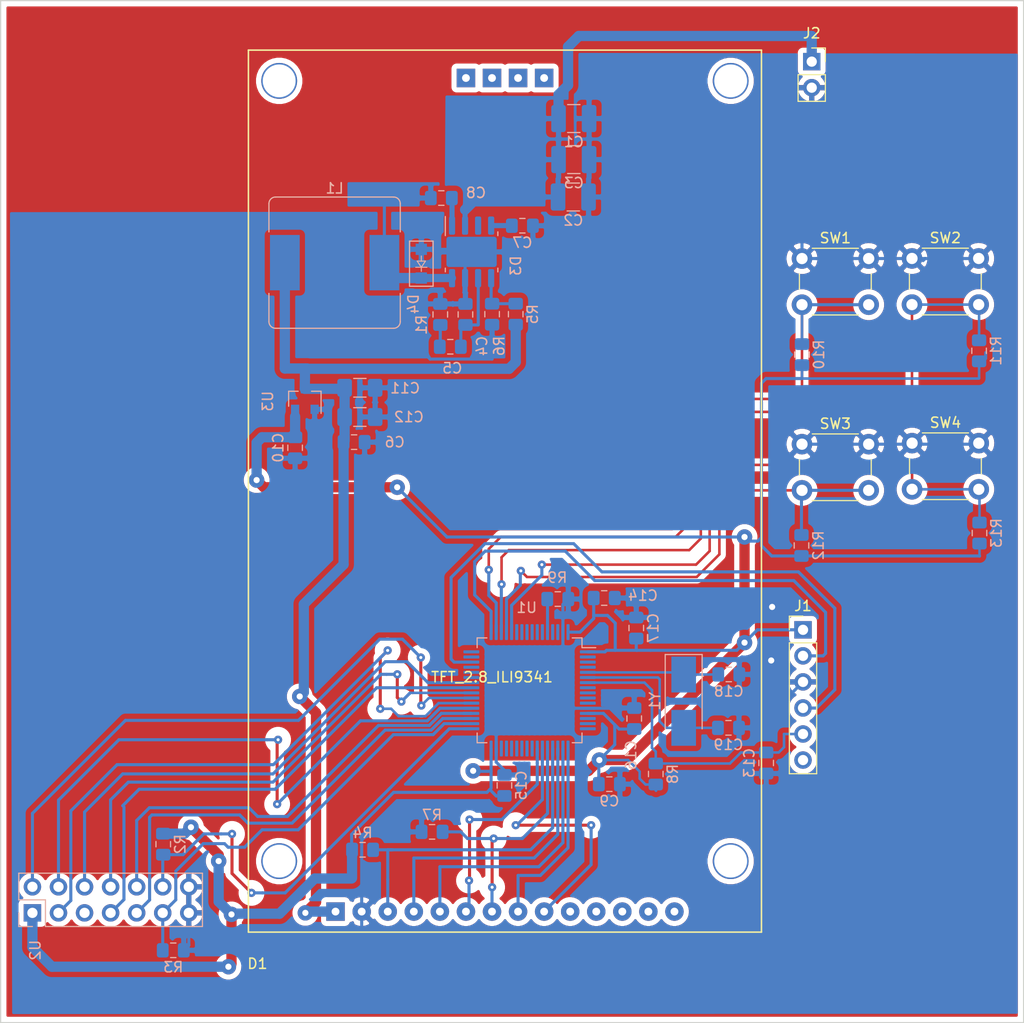
<source format=kicad_pcb>
(kicad_pcb (version 20171130) (host pcbnew 5.1.5+dfsg1-2build2)
  (layers (0 F.Cu signal) (31 B.Cu signal) (34 B.Paste user) (35 F.Paste user) (36 B.SilkS user) (37 F.SilkS user) (38 B.Mask user) (39 F.Mask user) (44 Edge.Cuts user))
  (net 0 "")
  (net 1 /LCD_CS)
  (net 2 /LCD_RES)
  (net 3 /LCD_DC)
  (net 4 /LCD_MOSI)
  (net 5 /LCD_CLK)
  (net 6 /LCD_LED)
  (net 7 /LCD_MISO)
  (net 8 /SWDCLK)
  (net 9 /SWDIO)
  (net 10 /NRF_CS)
  (net 11 /NRF_CLK)
  (net 12 /NRF_MISO)
  (net 13 /NRF_MOSI)
  (net 14 /NRF_PWR)
  (net 15 /NRF_CE)
  (net 16 /NRF_TX)
  (net 17 /NRF_DR)
  (net 18 /NRF_AM)
  (net 19 /NRF_CD)
  (net 20 /NRESET)
  (net 21 GNDD)
  (net 22 "Net-(C4-Pad1)")
  (net 23 "Net-(C5-Pad2)")
  (net 24 +5V)
  (net 25 "Net-(C7-Pad1)")
  (net 26 "Net-(C8-Pad2)")
  (net 27 "Net-(C8-Pad1)")
  (net 28 +3V3)
  (net 29 +VDC)
  (net 30 "Net-(D3-Pad5)")
  (net 31 /BOOT)
  (net 32 /KEY_1)
  (net 33 /KEY_2)
  (net 34 /KEY_3)
  (net 35 /KEY_4)
  (net 36 /OSC_IN)
  (net 37 /OSC_OUT)
  (module Button_Switch_THT:SW_PUSH_6mm (layer F.Cu) (at 129.82 49.99)
    (fp_text reference SW2 (at 3.25 -2) (layer F.SilkS))
    (fp_text value SW_Push)
    (pad 2 thru_hole circle (at 0 4.5 90) (size 2 2) (drill 1.1) (layers *.Cu *.Mask) (net 33 /KEY_2))
    (pad 1 thru_hole circle (at 0 0 90) (size 2 2) (drill 1.1) (layers *.Cu *.Mask) (net 21 GNDD))
    (pad 2 thru_hole circle (at 6.5 4.5 90) (size 2 2) (drill 1.1) (layers *.Cu *.Mask) (net 33 /KEY_2))
    (pad 1 thru_hole circle (at 6.5 0 90) (size 2 2) (drill 1.1) (layers *.Cu *.Mask) (net 21 GNDD))
  )
  (module TFT:TFT_2_8_ILI9431 (layer F.Cu) (at 65.15 115.675001)
    (fp_text reference D1 (at 0.88 3.08) (layer F.SilkS))
    (fp_text value TFT_2.8_ILI9341 (at 23.74 -24.86) (layer F.SilkS))
    (pad 1 thru_hole rect (at 8.49 -2) (size 1.8 1.8) (drill 0.762) (layers *.Cu *.Mask) (net 24 +5V))
    (pad 2 thru_hole circle (at 11.04 -2) (size 1.8 1.8) (drill 0.762) (layers *.Cu *.Mask) (net 21 GNDD))
    (pad 3 thru_hole circle (at 13.58 -2) (size 1.8 1.8) (drill 0.762) (layers *.Cu *.Mask) (net 1 /LCD_CS))
    (pad 4 thru_hole circle (at 16.12 -2) (size 1.8 1.8) (drill 0.762) (layers *.Cu *.Mask) (net 2 /LCD_RES))
    (pad 5 thru_hole circle (at 18.66 -2) (size 1.8 1.8) (drill 0.762) (layers *.Cu *.Mask) (net 3 /LCD_DC))
    (pad 6 thru_hole circle (at 21.2 -2) (size 1.8 1.8) (drill 0.762) (layers *.Cu *.Mask) (net 4 /LCD_MOSI))
    (pad 7 thru_hole circle (at 23.74 -2) (size 1.8 1.8) (drill 0.762) (layers *.Cu *.Mask) (net 5 /LCD_CLK))
    (pad 8 thru_hole circle (at 26.28 -2) (size 1.8 1.8) (drill 0.762) (layers *.Cu *.Mask) (net 6 /LCD_LED))
    (pad 9 thru_hole circle (at 28.82 -2) (size 1.8 1.8) (drill 0.762) (layers *.Cu *.Mask) (net 7 /LCD_MISO))
    (pad 10 thru_hole circle (at 31.36 -2) (size 1.8 1.8) (drill 0.762) (layers *.Cu *.Mask))
    (pad 11 thru_hole circle (at 33.9 -2) (size 1.8 1.8) (drill 0.762) (layers *.Cu *.Mask))
    (pad 12 thru_hole circle (at 36.44 -2) (size 1.8 1.8) (drill 0.762) (layers *.Cu *.Mask))
    (pad 13 thru_hole circle (at 38.98 -2) (size 1.8 1.8) (drill 0.762) (layers *.Cu *.Mask))
    (pad 14 thru_hole circle (at 41.52 -2) (size 1.8 1.8) (drill 0.762) (layers *.Cu *.Mask))
    (pad 15 thru_hole rect (at 21.2 -83.28) (size 1.8 1.8) (drill 0.762) (layers *.Cu *.Mask))
    (pad 16 thru_hole rect (at 23.74 -83.28) (size 1.8 1.8) (drill 0.762) (layers *.Cu *.Mask))
    (pad 17 thru_hole rect (at 26.28 -83.28) (size 1.8 1.8) (drill 0.762) (layers *.Cu *.Mask))
    (pad 18 thru_hole rect (at 28.82 -83.28) (size 1.8 1.8) (drill 0.762) (layers *.Cu *.Mask))
    (pad 19 thru_hole circle (at 3 -83) (size 3.5 3.5) (drill 3.2) (layers *.Cu *.Mask))
    (pad 20 thru_hole circle (at 3 -6.92) (size 3.5 3.5) (drill 3.2) (layers *.Cu *.Mask))
    (pad 21 thru_hole circle (at 47 -6.92) (size 3.5 3.5) (drill 3.2) (layers *.Cu *.Mask))
    (pad 22 thru_hole circle (at 47 -83) (size 3.5 3.5) (drill 3.2) (layers *.Cu *.Mask))
  )
  (module Connector_PinSocket_2.54mm:PinSocket_2x07_P2.54mm_Vertical (layer B.Cu) (at 44.1 113.8 270)
    (fp_text reference U2 (at 3.64 -0.28 90) (layer B.SilkS) (effects (justify mirror)))
    (fp_text value NRF905_MOD)
    (pad 1 thru_hole rect (at 0 0 270) (size 1.7 1.7) (drill 1) (layers *.Cu *.Mask) (net 28 +3V3))
    (pad 2 thru_hole oval (at -2.54 0 270) (size 1.7 1.7) (drill 1) (layers *.Cu *.Mask) (net 16 /NRF_TX))
    (pad 3 thru_hole oval (at 0 -2.54 270) (size 1.7 1.7) (drill 1) (layers *.Cu *.Mask) (net 15 /NRF_CE))
    (pad 4 thru_hole oval (at -2.54 -2.54 270) (size 1.7 1.7) (drill 1) (layers *.Cu *.Mask) (net 14 /NRF_PWR))
    (pad 5 thru_hole oval (at 0 -5.08 270) (size 1.7 1.7) (drill 1) (layers *.Cu *.Mask))
    (pad 6 thru_hole oval (at -2.54 -5.08 270) (size 1.7 1.7) (drill 1) (layers *.Cu *.Mask) (net 19 /NRF_CD))
    (pad 7 thru_hole oval (at 0 -7.62 270) (size 1.7 1.7) (drill 1) (layers *.Cu *.Mask) (net 18 /NRF_AM))
    (pad 8 thru_hole oval (at -2.54 -7.62 270) (size 1.7 1.7) (drill 1) (layers *.Cu *.Mask) (net 17 /NRF_DR))
    (pad 9 thru_hole oval (at 0 -10.16 270) (size 1.7 1.7) (drill 1) (layers *.Cu *.Mask) (net 12 /NRF_MISO))
    (pad 10 thru_hole oval (at -2.54 -10.16 270) (size 1.7 1.7) (drill 1) (layers *.Cu *.Mask) (net 13 /NRF_MOSI))
    (pad 11 thru_hole oval (at 0 -12.7 270) (size 1.7 1.7) (drill 1) (layers *.Cu *.Mask) (net 11 /NRF_CLK))
    (pad 12 thru_hole oval (at -2.54 -12.7 270) (size 1.7 1.7) (drill 1) (layers *.Cu *.Mask) (net 10 /NRF_CS))
    (pad 13 thru_hole oval (at 0 -15.24 270) (size 1.7 1.7) (drill 1) (layers *.Cu *.Mask) (net 21 GNDD))
    (pad 14 thru_hole oval (at -2.54 -15.24 270) (size 1.7 1.7) (drill 1) (layers *.Cu *.Mask) (net 21 GNDD))
  )
  (module Connector_PinHeader_2.54mm:PinHeader_1x06_P2.54mm_Vertical (layer F.Cu) (at 119.2 86.2)
    (fp_text reference J1 (at 0 -2.33) (layer F.SilkS))
    (fp_text value SWD)
    (pad 1 thru_hole rect (at 0 0) (size 1.7 1.7) (drill 1) (layers *.Cu *.Mask) (net 28 +3V3))
    (pad 2 thru_hole oval (at 0 2.54) (size 1.7 1.7) (drill 1) (layers *.Cu *.Mask) (net 8 /SWDCLK))
    (pad 3 thru_hole oval (at 0 5.08) (size 1.7 1.7) (drill 1) (layers *.Cu *.Mask) (net 21 GNDD))
    (pad 4 thru_hole oval (at 0 7.62) (size 1.7 1.7) (drill 1) (layers *.Cu *.Mask) (net 9 /SWDIO))
    (pad 5 thru_hole oval (at 0 10.16) (size 1.7 1.7) (drill 1) (layers *.Cu *.Mask) (net 20 /NRESET))
    (pad 6 thru_hole oval (at 0 12.7) (size 1.7 1.7) (drill 1) (layers *.Cu *.Mask))
  )
  (module Package_QFP:LQFP-64_10x10mm_P0.5mm (layer B.Cu) (at 92.55 92.1 180)
    (fp_text reference U1 (at 0.28 8.06) (layer B.SilkS) (effects (justify mirror)))
    (fp_text value STM32F051R8Tx)
    (pad 1 smd roundrect (at -5.675 3.75 180) (size 1.55 0.3) (layers B.Cu B.Paste B.Mask) (net 28 +3V3))
    (pad 2 smd roundrect (at -5.675 3.25 180) (size 1.55 0.3) (layers B.Cu B.Paste B.Mask))
    (pad 3 smd roundrect (at -5.675 2.75 180) (size 1.55 0.3) (layers B.Cu B.Paste B.Mask))
    (pad 4 smd roundrect (at -5.675 2.25 180) (size 1.55 0.3) (layers B.Cu B.Paste B.Mask))
    (pad 5 smd roundrect (at -5.675 1.75 180) (size 1.55 0.3) (layers B.Cu B.Paste B.Mask) (net 36 /OSC_IN))
    (pad 6 smd roundrect (at -5.675 1.25 180) (size 1.55 0.3) (layers B.Cu B.Paste B.Mask) (net 37 /OSC_OUT))
    (pad 7 smd roundrect (at -5.675 0.75 180) (size 1.55 0.3) (layers B.Cu B.Paste B.Mask) (net 20 /NRESET))
    (pad 8 smd roundrect (at -5.675 0.25 180) (size 1.55 0.3) (layers B.Cu B.Paste B.Mask))
    (pad 9 smd roundrect (at -5.675 -0.25 180) (size 1.55 0.3) (layers B.Cu B.Paste B.Mask))
    (pad 10 smd roundrect (at -5.675 -0.75 180) (size 1.55 0.3) (layers B.Cu B.Paste B.Mask))
    (pad 11 smd roundrect (at -5.675 -1.25 180) (size 1.55 0.3) (layers B.Cu B.Paste B.Mask))
    (pad 12 smd roundrect (at -5.675 -1.75 180) (size 1.55 0.3) (layers B.Cu B.Paste B.Mask) (net 21 GNDD))
    (pad 13 smd roundrect (at -5.675 -2.25 180) (size 1.55 0.3) (layers B.Cu B.Paste B.Mask) (net 28 +3V3))
    (pad 14 smd roundrect (at -5.675 -2.75 180) (size 1.55 0.3) (layers B.Cu B.Paste B.Mask))
    (pad 15 smd roundrect (at -5.675 -3.25 180) (size 1.55 0.3) (layers B.Cu B.Paste B.Mask))
    (pad 16 smd roundrect (at -5.675 -3.75 180) (size 1.55 0.3) (layers B.Cu B.Paste B.Mask))
    (pad 17 smd roundrect (at -3.75 -5.675 180) (size 0.3 1.55) (layers B.Cu B.Paste B.Mask) (net 6 /LCD_LED))
    (pad 18 smd roundrect (at -3.25 -5.675 180) (size 0.3 1.55) (layers B.Cu B.Paste B.Mask) (net 3 /LCD_DC))
    (pad 19 smd roundrect (at -2.75 -5.675 180) (size 0.3 1.55) (layers B.Cu B.Paste B.Mask) (net 2 /LCD_RES))
    (pad 20 smd roundrect (at -2.25 -5.675 180) (size 0.3 1.55) (layers B.Cu B.Paste B.Mask) (net 1 /LCD_CS))
    (pad 21 smd roundrect (at -1.75 -5.675 180) (size 0.3 1.55) (layers B.Cu B.Paste B.Mask) (net 5 /LCD_CLK))
    (pad 22 smd roundrect (at -1.25 -5.675 180) (size 0.3 1.55) (layers B.Cu B.Paste B.Mask) (net 7 /LCD_MISO))
    (pad 23 smd roundrect (at -0.75 -5.675 180) (size 0.3 1.55) (layers B.Cu B.Paste B.Mask) (net 4 /LCD_MOSI))
    (pad 24 smd roundrect (at -0.25 -5.675 180) (size 0.3 1.55) (layers B.Cu B.Paste B.Mask))
    (pad 25 smd roundrect (at 0.25 -5.675 180) (size 0.3 1.55) (layers B.Cu B.Paste B.Mask))
    (pad 26 smd roundrect (at 0.75 -5.675 180) (size 0.3 1.55) (layers B.Cu B.Paste B.Mask))
    (pad 27 smd roundrect (at 1.25 -5.675 180) (size 0.3 1.55) (layers B.Cu B.Paste B.Mask))
    (pad 28 smd roundrect (at 1.75 -5.675 180) (size 0.3 1.55) (layers B.Cu B.Paste B.Mask))
    (pad 29 smd roundrect (at 2.25 -5.675 180) (size 0.3 1.55) (layers B.Cu B.Paste B.Mask))
    (pad 30 smd roundrect (at 2.75 -5.675 180) (size 0.3 1.55) (layers B.Cu B.Paste B.Mask))
    (pad 31 smd roundrect (at 3.25 -5.675 180) (size 0.3 1.55) (layers B.Cu B.Paste B.Mask) (net 21 GNDD))
    (pad 32 smd roundrect (at 3.75 -5.675 180) (size 0.3 1.55) (layers B.Cu B.Paste B.Mask) (net 28 +3V3))
    (pad 33 smd roundrect (at 5.675 -3.75 180) (size 1.55 0.3) (layers B.Cu B.Paste B.Mask) (net 10 /NRF_CS))
    (pad 34 smd roundrect (at 5.675 -3.25 180) (size 1.55 0.3) (layers B.Cu B.Paste B.Mask) (net 11 /NRF_CLK))
    (pad 35 smd roundrect (at 5.675 -2.75 180) (size 1.55 0.3) (layers B.Cu B.Paste B.Mask) (net 12 /NRF_MISO))
    (pad 36 smd roundrect (at 5.675 -2.25 180) (size 1.55 0.3) (layers B.Cu B.Paste B.Mask) (net 13 /NRF_MOSI))
    (pad 37 smd roundrect (at 5.675 -1.75 180) (size 1.55 0.3) (layers B.Cu B.Paste B.Mask) (net 14 /NRF_PWR))
    (pad 38 smd roundrect (at 5.675 -1.25 180) (size 1.55 0.3) (layers B.Cu B.Paste B.Mask) (net 15 /NRF_CE))
    (pad 39 smd roundrect (at 5.675 -0.75 180) (size 1.55 0.3) (layers B.Cu B.Paste B.Mask) (net 16 /NRF_TX))
    (pad 40 smd roundrect (at 5.675 -0.25 180) (size 1.55 0.3) (layers B.Cu B.Paste B.Mask) (net 17 /NRF_DR))
    (pad 41 smd roundrect (at 5.675 0.25 180) (size 1.55 0.3) (layers B.Cu B.Paste B.Mask) (net 18 /NRF_AM))
    (pad 42 smd roundrect (at 5.675 0.75 180) (size 1.55 0.3) (layers B.Cu B.Paste B.Mask) (net 19 /NRF_CD))
    (pad 43 smd roundrect (at 5.675 1.25 180) (size 1.55 0.3) (layers B.Cu B.Paste B.Mask))
    (pad 44 smd roundrect (at 5.675 1.75 180) (size 1.55 0.3) (layers B.Cu B.Paste B.Mask))
    (pad 45 smd roundrect (at 5.675 2.25 180) (size 1.55 0.3) (layers B.Cu B.Paste B.Mask))
    (pad 46 smd roundrect (at 5.675 2.75 180) (size 1.55 0.3) (layers B.Cu B.Paste B.Mask) (net 9 /SWDIO))
    (pad 47 smd roundrect (at 5.675 3.25 180) (size 1.55 0.3) (layers B.Cu B.Paste B.Mask))
    (pad 48 smd roundrect (at 5.675 3.75 180) (size 1.55 0.3) (layers B.Cu B.Paste B.Mask))
    (pad 49 smd roundrect (at 3.75 5.675 180) (size 0.3 1.55) (layers B.Cu B.Paste B.Mask) (net 8 /SWDCLK))
    (pad 50 smd roundrect (at 3.25 5.675 180) (size 0.3 1.55) (layers B.Cu B.Paste B.Mask) (net 32 /KEY_1))
    (pad 51 smd roundrect (at 2.75 5.675 180) (size 0.3 1.55) (layers B.Cu B.Paste B.Mask) (net 33 /KEY_2))
    (pad 52 smd roundrect (at 2.25 5.675 180) (size 0.3 1.55) (layers B.Cu B.Paste B.Mask) (net 34 /KEY_3))
    (pad 53 smd roundrect (at 1.75 5.675 180) (size 0.3 1.55) (layers B.Cu B.Paste B.Mask) (net 35 /KEY_4))
    (pad 54 smd roundrect (at 1.25 5.675 180) (size 0.3 1.55) (layers B.Cu B.Paste B.Mask))
    (pad 55 smd roundrect (at 0.75 5.675 180) (size 0.3 1.55) (layers B.Cu B.Paste B.Mask))
    (pad 56 smd roundrect (at 0.25 5.675 180) (size 0.3 1.55) (layers B.Cu B.Paste B.Mask))
    (pad 57 smd roundrect (at -0.25 5.675 180) (size 0.3 1.55) (layers B.Cu B.Paste B.Mask))
    (pad 58 smd roundrect (at -0.75 5.675 180) (size 0.3 1.55) (layers B.Cu B.Paste B.Mask))
    (pad 59 smd roundrect (at -1.25 5.675 180) (size 0.3 1.55) (layers B.Cu B.Paste B.Mask))
    (pad 60 smd roundrect (at -1.75 5.675 180) (size 0.3 1.55) (layers B.Cu B.Paste B.Mask) (net 31 /BOOT))
    (pad 61 smd roundrect (at -2.25 5.675 180) (size 0.3 1.55) (layers B.Cu B.Paste B.Mask))
    (pad 62 smd roundrect (at -2.75 5.675 180) (size 0.3 1.55) (layers B.Cu B.Paste B.Mask))
    (pad 63 smd roundrect (at -3.25 5.675 180) (size 0.3 1.55) (layers B.Cu B.Paste B.Mask) (net 21 GNDD))
    (pad 64 smd roundrect (at -3.75 5.675 180) (size 0.3 1.55) (layers B.Cu B.Paste B.Mask) (net 28 +3V3))
  )
  (module Capacitor_SMD:C_1210_3225Metric_Pad1.42x2.65mm_HandSolder (layer B.Cu) (at 96.8625 36.35)
    (fp_text reference C1 (at 0 2.28) (layer B.SilkS) (effects (justify mirror)))
    (fp_text value "10 UF")
    (pad 1 smd roundrect (at -1.4875 0) (size 1.425 2.65) (layers B.Cu B.Paste B.Mask) (roundrect_rratio 0.175439) (net 29 +VDC))
    (pad 2 smd roundrect (at 1.4875 0) (size 1.425 2.65) (layers B.Cu B.Paste B.Mask) (roundrect_rratio 0.175439) (net 21 GNDD))
  )
  (module Capacitor_SMD:C_1210_3225Metric_Pad1.42x2.65mm_HandSolder (layer B.Cu) (at 96.8125 44)
    (fp_text reference C2 (at 0 2.28) (layer B.SilkS) (effects (justify mirror)))
    (fp_text value "10 UF")
    (pad 2 smd roundrect (at 1.4875 0) (size 1.425 2.65) (layers B.Cu B.Paste B.Mask) (roundrect_rratio 0.175439) (net 21 GNDD))
    (pad 1 smd roundrect (at -1.4875 0) (size 1.425 2.65) (layers B.Cu B.Paste B.Mask) (roundrect_rratio 0.175439) (net 29 +VDC))
  )
  (module Capacitor_SMD:C_1210_3225Metric_Pad1.42x2.65mm_HandSolder (layer B.Cu) (at 96.8625 40.35)
    (fp_text reference C3 (at 0 2.28) (layer B.SilkS) (effects (justify mirror)))
    (fp_text value "10 UF")
    (pad 1 smd roundrect (at -1.4875 0) (size 1.425 2.65) (layers B.Cu B.Paste B.Mask) (roundrect_rratio 0.175439) (net 29 +VDC))
    (pad 2 smd roundrect (at 1.4875 0) (size 1.425 2.65) (layers B.Cu B.Paste B.Mask) (roundrect_rratio 0.175439) (net 21 GNDD))
  )
  (module Capacitor_SMD:C_0805_2012Metric_Pad1.15x1.40mm_HandSolder (layer B.Cu) (at 86.3 55.45 90)
    (fp_text reference C4 (at -3.08 1.62 90) (layer B.SilkS) (effects (justify mirror)))
    (fp_text value 47)
    (pad 1 smd roundrect (at -1.025 0 90) (size 1.15 1.4) (layers B.Cu B.Paste B.Mask) (roundrect_rratio 0.217391) (net 22 "Net-(C4-Pad1)"))
    (pad 2 smd roundrect (at 1.025 0 90) (size 1.15 1.4) (layers B.Cu B.Paste B.Mask) (roundrect_rratio 0.217391) (net 21 GNDD))
  )
  (module Capacitor_SMD:C_0805_2012Metric_Pad1.15x1.40mm_HandSolder (layer B.Cu) (at 84.825 58.6 180)
    (fp_text reference C5 (at -0.195 -2.09) (layer B.SilkS) (effects (justify mirror)))
    (fp_text value 1000)
    (pad 1 smd roundrect (at -1.025 0 180) (size 1.15 1.4) (layers B.Cu B.Paste B.Mask) (roundrect_rratio 0.217391) (net 22 "Net-(C4-Pad1)"))
    (pad 2 smd roundrect (at 1.025 0 180) (size 1.15 1.4) (layers B.Cu B.Paste B.Mask) (roundrect_rratio 0.217391) (net 23 "Net-(C5-Pad2)"))
  )
  (module Capacitor_SMD:C_0805_2012Metric_Pad1.15x1.40mm_HandSolder (layer B.Cu) (at 75.45 67.9)
    (fp_text reference C6 (at 3.96 0) (layer B.SilkS) (effects (justify mirror)))
    (fp_text value "10 uf")
    (pad 1 smd roundrect (at -1.025 0) (size 1.15 1.4) (layers B.Cu B.Paste B.Mask) (roundrect_rratio 0.217391) (net 24 +5V))
    (pad 2 smd roundrect (at 1.025 0) (size 1.15 1.4) (layers B.Cu B.Paste B.Mask) (roundrect_rratio 0.217391) (net 21 GNDD))
  )
  (module Capacitor_SMD:C_0805_2012Metric_Pad1.15x1.40mm_HandSolder (layer B.Cu) (at 91.85 46.8)
    (fp_text reference C7 (at 0 1.65) (layer B.SilkS) (effects (justify mirror)))
    (fp_text value "0.01 UF")
    (pad 2 smd roundrect (at 1.025 0) (size 1.15 1.4) (layers B.Cu B.Paste B.Mask) (roundrect_rratio 0.217391) (net 21 GNDD))
    (pad 1 smd roundrect (at -1.025 0) (size 1.15 1.4) (layers B.Cu B.Paste B.Mask) (roundrect_rratio 0.217391) (net 25 "Net-(C7-Pad1)"))
  )
  (module Capacitor_SMD:C_0805_2012Metric_Pad1.15x1.40mm_HandSolder (layer B.Cu) (at 83.95 44.1)
    (fp_text reference C8 (at 3.38 -0.51) (layer B.SilkS) (effects (justify mirror)))
    (fp_text value "0.1 UF")
    (pad 2 smd roundrect (at 1.025 0) (size 1.15 1.4) (layers B.Cu B.Paste B.Mask) (roundrect_rratio 0.217391) (net 26 "Net-(C8-Pad2)"))
    (pad 1 smd roundrect (at -1.025 0) (size 1.15 1.4) (layers B.Cu B.Paste B.Mask) (roundrect_rratio 0.217391) (net 27 "Net-(C8-Pad1)"))
  )
  (module Capacitor_SMD:C_0805_2012Metric_Pad1.15x1.40mm_HandSolder (layer B.Cu) (at 100.325 101.25)
    (fp_text reference C9 (at 0 1.65) (layer B.SilkS) (effects (justify mirror)))
    (fp_text value "10 uf")
    (pad 1 smd roundrect (at -1.025 0) (size 1.15 1.4) (layers B.Cu B.Paste B.Mask) (roundrect_rratio 0.217391) (net 28 +3V3))
    (pad 2 smd roundrect (at 1.025 0) (size 1.15 1.4) (layers B.Cu B.Paste B.Mask) (roundrect_rratio 0.217391) (net 21 GNDD))
  )
  (module Capacitor_SMD:C_0805_2012Metric_Pad1.15x1.40mm_HandSolder (layer B.Cu) (at 69.7 68.45 270)
    (fp_text reference C10 (at 0 1.65 90) (layer B.SilkS) (effects (justify mirror)))
    (fp_text value "0.1 uf")
    (pad 2 smd roundrect (at 1.025 0 270) (size 1.15 1.4) (layers B.Cu B.Paste B.Mask) (roundrect_rratio 0.217391) (net 21 GNDD))
    (pad 1 smd roundrect (at -1.025 0 270) (size 1.15 1.4) (layers B.Cu B.Paste B.Mask) (roundrect_rratio 0.217391) (net 28 +3V3))
  )
  (module Capacitor_SMD:C_1206_3216Metric_Pad1.42x1.75mm_HandSolder (layer B.Cu) (at 76.0125 62.6)
    (fp_text reference C11 (at 4.4075 0.04) (layer B.SilkS) (effects (justify mirror)))
    (fp_text value "47 UF")
    (pad 1 smd roundrect (at -1.4875 0) (size 1.425 1.75) (layers B.Cu B.Paste B.Mask) (roundrect_rratio 0.175439) (net 24 +5V))
    (pad 2 smd roundrect (at 1.4875 0) (size 1.425 1.75) (layers B.Cu B.Paste B.Mask) (roundrect_rratio 0.175439) (net 21 GNDD))
  )
  (module Capacitor_SMD:C_1206_3216Metric_Pad1.42x1.75mm_HandSolder (layer B.Cu) (at 76.0125 65.45)
    (fp_text reference C12 (at 4.7775 0) (layer B.SilkS) (effects (justify mirror)))
    (fp_text value "47 UF")
    (pad 2 smd roundrect (at 1.4875 0) (size 1.425 1.75) (layers B.Cu B.Paste B.Mask) (roundrect_rratio 0.175439) (net 21 GNDD))
    (pad 1 smd roundrect (at -1.4875 0) (size 1.425 1.75) (layers B.Cu B.Paste B.Mask) (roundrect_rratio 0.175439) (net 24 +5V))
  )
  (module Capacitor_SMD:C_0805_2012Metric_Pad1.15x1.40mm_HandSolder (layer B.Cu) (at 115.61 99.185 270)
    (fp_text reference C13 (at 0 1.65 90) (layer B.SilkS) (effects (justify mirror)))
    (fp_text value C)
    (pad 2 smd roundrect (at 1.025 0 270) (size 1.15 1.4) (layers B.Cu B.Paste B.Mask) (roundrect_rratio 0.217391) (net 21 GNDD))
    (pad 1 smd roundrect (at -1.025 0 270) (size 1.15 1.4) (layers B.Cu B.Paste B.Mask) (roundrect_rratio 0.217391) (net 20 /NRESET))
  )
  (module Capacitor_SMD:C_0805_2012Metric_Pad1.15x1.40mm_HandSolder (layer B.Cu) (at 99.825 83.1)
    (fp_text reference C14 (at 3.775 -0.24) (layer B.SilkS) (effects (justify mirror)))
    (fp_text value "0.1 uf")
    (pad 1 smd roundrect (at -1.025 0) (size 1.15 1.4) (layers B.Cu B.Paste B.Mask) (roundrect_rratio 0.217391) (net 28 +3V3))
    (pad 2 smd roundrect (at 1.025 0) (size 1.15 1.4) (layers B.Cu B.Paste B.Mask) (roundrect_rratio 0.217391) (net 21 GNDD))
  )
  (module Capacitor_SMD:C_0805_2012Metric_Pad1.15x1.40mm_HandSolder (layer B.Cu) (at 90.1 101.375 90)
    (fp_text reference C15 (at 0 1.65 90) (layer B.SilkS) (effects (justify mirror)))
    (fp_text value "0.1 uf")
    (pad 2 smd roundrect (at 1.025 0 90) (size 1.15 1.4) (layers B.Cu B.Paste B.Mask) (roundrect_rratio 0.217391) (net 21 GNDD))
    (pad 1 smd roundrect (at -1.025 0 90) (size 1.15 1.4) (layers B.Cu B.Paste B.Mask) (roundrect_rratio 0.217391) (net 28 +3V3))
  )
  (module Capacitor_SMD:C_0805_2012Metric_Pad1.15x1.40mm_HandSolder (layer B.Cu) (at 102.75 94.85 90)
    (fp_text reference C16 (at -3.57 -0.31 90) (layer B.SilkS) (effects (justify mirror)))
    (fp_text value "0.1 uf")
    (pad 2 smd roundrect (at 1.025 0 90) (size 1.15 1.4) (layers B.Cu B.Paste B.Mask) (roundrect_rratio 0.217391) (net 21 GNDD))
    (pad 1 smd roundrect (at -1.025 0 90) (size 1.15 1.4) (layers B.Cu B.Paste B.Mask) (roundrect_rratio 0.217391) (net 28 +3V3))
  )
  (module Capacitor_SMD:C_0805_2012Metric_Pad1.15x1.40mm_HandSolder (layer B.Cu) (at 102.95 86.025 90)
    (fp_text reference C17 (at 0 1.65 90) (layer B.SilkS) (effects (justify mirror)))
    (fp_text value "0.1 uf")
    (pad 1 smd roundrect (at -1.025 0 90) (size 1.15 1.4) (layers B.Cu B.Paste B.Mask) (roundrect_rratio 0.217391) (net 28 +3V3))
    (pad 2 smd roundrect (at 1.025 0 90) (size 1.15 1.4) (layers B.Cu B.Paste B.Mask) (roundrect_rratio 0.217391) (net 21 GNDD))
  )
  (module Package_SO:Texas_R-PDSO-G8_EP2.95x4.9mm_Mask2.4x3.1mm (layer B.Cu) (at 86.9 49.35 270)
    (fp_text reference D3 (at 1.35 -4.31 90) (layer B.SilkS) (effects (justify mirror)))
    (fp_text value TPS54231)
    (pad 9 smd roundrect (at 0 0 270) (size 2.95 4.9) (layers B.Cu) (roundrect_rratio 0.084746) (net 21 GNDD))
    (pad 1 smd roundrect (at -2.5625 1.905 270) (size 1.775 0.6) (layers B.Cu B.Paste B.Mask) (net 26 "Net-(C8-Pad2)"))
    (pad 2 smd roundrect (at -2.5625 0.635 270) (size 1.775 0.6) (layers B.Cu B.Paste B.Mask) (net 29 +VDC))
    (pad 3 smd roundrect (at -2.5625 -0.635 270) (size 1.775 0.6) (layers B.Cu B.Paste B.Mask))
    (pad 4 smd roundrect (at -2.5625 -1.905 270) (size 1.775 0.6) (layers B.Cu B.Paste B.Mask) (net 25 "Net-(C7-Pad1)"))
    (pad 5 smd roundrect (at 2.5625 -1.905 270) (size 1.775 0.6) (layers B.Cu B.Paste B.Mask) (net 30 "Net-(D3-Pad5)"))
    (pad 6 smd roundrect (at 2.5625 -0.635 270) (size 1.775 0.6) (layers B.Cu B.Paste B.Mask) (net 22 "Net-(C4-Pad1)"))
    (pad 7 smd roundrect (at 2.5625 0.635 270) (size 1.775 0.6) (layers B.Cu B.Paste B.Mask) (net 21 GNDD))
    (pad 8 smd roundrect (at 2.5625 1.905 270) (size 1.775 0.6) (layers B.Cu B.Paste B.Mask) (net 27 "Net-(C8-Pad1)"))
  )
  (module Connector_PinSocket_2.54mm:PinSocket_1x02_P2.54mm_Vertical (layer F.Cu) (at 120.05 30.8)
    (fp_text reference J2 (at 0 -2.77) (layer F.SilkS))
    (fp_text value Conn_01x02_Male)
    (pad 1 thru_hole rect (at 0 0) (size 1.7 1.7) (drill 1) (layers *.Cu *.Mask) (net 29 +VDC))
    (pad 2 thru_hole oval (at 0 2.54) (size 1.7 1.7) (drill 1) (layers *.Cu *.Mask) (net 21 GNDD))
  )
  (module Inductor_SMD:L_Bourns_SRR1260 (layer B.Cu) (at 73.55 50.4 180)
    (fp_text reference L1 (at 0 7.25) (layer B.SilkS) (effects (justify mirror)))
    (fp_text value L)
    (pad 2 smd rect (at 4.85 0 180) (size 2.9 5.4) (layers B.Cu B.Paste B.Mask) (net 24 +5V))
    (pad 1 smd rect (at -4.85 0 180) (size 2.9 5.4) (layers B.Cu B.Paste B.Mask) (net 27 "Net-(C8-Pad1)"))
  )
  (module Resistor_SMD:R_0805_2012Metric_Pad1.15x1.40mm_HandSolder (layer B.Cu) (at 83.85 55.45 90)
    (fp_text reference R1 (at -1.02 -1.83 90) (layer B.SilkS) (effects (justify mirror)))
    (fp_text value "29.4 k")
    (pad 1 smd roundrect (at -1.025 0 90) (size 1.15 1.4) (layers B.Cu B.Paste B.Mask) (roundrect_rratio 0.217391) (net 23 "Net-(C5-Pad2)"))
    (pad 2 smd roundrect (at 1.025 0 90) (size 1.15 1.4) (layers B.Cu B.Paste B.Mask) (roundrect_rratio 0.217391) (net 21 GNDD))
  )
  (module Resistor_SMD:R_0805_2012Metric_Pad1.15x1.40mm_HandSolder (layer B.Cu) (at 56.85 107.1 90)
    (fp_text reference R2 (at 0 1.65 90) (layer B.SilkS) (effects (justify mirror)))
    (fp_text value "10 k")
    (pad 1 smd roundrect (at -1.025 0 90) (size 1.15 1.4) (layers B.Cu B.Paste B.Mask) (roundrect_rratio 0.217391) (net 10 /NRF_CS))
    (pad 2 smd roundrect (at 1.025 0 90) (size 1.15 1.4) (layers B.Cu B.Paste B.Mask) (roundrect_rratio 0.217391) (net 28 +3V3))
  )
  (module Resistor_SMD:R_0805_2012Metric_Pad1.15x1.40mm_HandSolder (layer B.Cu) (at 57.825 117.45)
    (fp_text reference R3 (at 0 1.65) (layer B.SilkS) (effects (justify mirror)))
    (fp_text value "10 k")
    (pad 2 smd roundrect (at 1.025 0) (size 1.15 1.4) (layers B.Cu B.Paste B.Mask) (roundrect_rratio 0.217391) (net 21 GNDD))
    (pad 1 smd roundrect (at -1.025 0) (size 1.15 1.4) (layers B.Cu B.Paste B.Mask) (roundrect_rratio 0.217391) (net 11 /NRF_CLK))
  )
  (module Resistor_SMD:R_0805_2012Metric_Pad1.15x1.40mm_HandSolder (layer B.Cu) (at 76.275 107.65 180)
    (fp_text reference R4 (at 0 1.65) (layer B.SilkS) (effects (justify mirror)))
    (fp_text value "10 k")
    (pad 1 smd roundrect (at -1.025 0 180) (size 1.15 1.4) (layers B.Cu B.Paste B.Mask) (roundrect_rratio 0.217391) (net 1 /LCD_CS))
    (pad 2 smd roundrect (at 1.025 0 180) (size 1.15 1.4) (layers B.Cu B.Paste B.Mask) (roundrect_rratio 0.217391) (net 28 +3V3))
  )
  (module Resistor_SMD:R_0805_2012Metric_Pad1.15x1.40mm_HandSolder (layer B.Cu) (at 91.2 55.425 90)
    (fp_text reference R5 (at 0 1.65 90) (layer B.SilkS) (effects (justify mirror)))
    (fp_text value 13K)
    (pad 2 smd roundrect (at 1.025 0 90) (size 1.15 1.4) (layers B.Cu B.Paste B.Mask) (roundrect_rratio 0.217391) (net 30 "Net-(D3-Pad5)"))
    (pad 1 smd roundrect (at -1.025 0 90) (size 1.15 1.4) (layers B.Cu B.Paste B.Mask) (roundrect_rratio 0.217391) (net 24 +5V))
  )
  (module Resistor_SMD:R_0805_2012Metric_Pad1.15x1.40mm_HandSolder (layer B.Cu) (at 88.9 55.425 270)
    (fp_text reference R6 (at 3.105 -0.69 90) (layer B.SilkS) (effects (justify mirror)))
    (fp_text value 2.4K)
    (pad 1 smd roundrect (at -1.025 0 270) (size 1.15 1.4) (layers B.Cu B.Paste B.Mask) (roundrect_rratio 0.217391) (net 30 "Net-(D3-Pad5)"))
    (pad 2 smd roundrect (at 1.025 0 270) (size 1.15 1.4) (layers B.Cu B.Paste B.Mask) (roundrect_rratio 0.217391) (net 21 GNDD))
  )
  (module Resistor_SMD:R_0805_2012Metric_Pad1.15x1.40mm_HandSolder (layer B.Cu) (at 83.05 105.9 180)
    (fp_text reference R7 (at 0 1.65) (layer B.SilkS) (effects (justify mirror)))
    (fp_text value "10 k")
    (pad 2 smd roundrect (at 1.025 0 180) (size 1.15 1.4) (layers B.Cu B.Paste B.Mask) (roundrect_rratio 0.217391) (net 21 GNDD))
    (pad 1 smd roundrect (at -1.025 0 180) (size 1.15 1.4) (layers B.Cu B.Paste B.Mask) (roundrect_rratio 0.217391) (net 5 /LCD_CLK))
  )
  (module Resistor_SMD:R_0805_2012Metric_Pad1.15x1.40mm_HandSolder (layer B.Cu) (at 104.85 100.26 90)
    (fp_text reference R8 (at 0 1.65 90) (layer B.SilkS) (effects (justify mirror)))
    (fp_text value "10 k")
    (pad 1 smd roundrect (at -1.025 0 90) (size 1.15 1.4) (layers B.Cu B.Paste B.Mask) (roundrect_rratio 0.217391) (net 28 +3V3))
    (pad 2 smd roundrect (at 1.025 0 90) (size 1.15 1.4) (layers B.Cu B.Paste B.Mask) (roundrect_rratio 0.217391) (net 20 /NRESET))
  )
  (module Resistor_SMD:R_0805_2012Metric_Pad1.15x1.40mm_HandSolder (layer B.Cu) (at 95.3 83.2)
    (fp_text reference R9 (at -0.05 -2.09) (layer B.SilkS) (effects (justify mirror)))
    (fp_text value "10 k")
    (pad 2 smd roundrect (at 1.025 0) (size 1.15 1.4) (layers B.Cu B.Paste B.Mask) (roundrect_rratio 0.217391) (net 21 GNDD))
    (pad 1 smd roundrect (at -1.025 0) (size 1.15 1.4) (layers B.Cu B.Paste B.Mask) (roundrect_rratio 0.217391) (net 31 /BOOT))
  )
  (module Package_TO_SOT_SMD:SOT-23 (layer B.Cu) (at 70.65 63.7 90)
    (fp_text reference U3 (at -0.21 -3.61 90) (layer B.SilkS) (effects (justify mirror)))
    (fp_text value MCP1700-3302E_SOT23)
    (pad 1 smd rect (at -1 0.95 90) (size 0.9 0.8) (layers B.Cu B.Paste B.Mask) (net 21 GNDD))
    (pad 2 smd rect (at -1 -0.95 90) (size 0.9 0.8) (layers B.Cu B.Paste B.Mask) (net 28 +3V3))
    (pad 3 smd rect (at 1 0 90) (size 0.9 0.8) (layers B.Cu B.Paste B.Mask) (net 24 +5V))
  )
  (module Resistor_SMD:R_0805_2012Metric_Pad1.15x1.40mm_HandSolder (layer B.Cu) (at 119.1 59.365 90)
    (fp_text reference R10 (at 0 1.65 90) (layer B.SilkS) (effects (justify mirror)))
    (fp_text value "10 k")
    (pad 2 smd roundrect (at 1.025 0 90) (size 1.15 1.4) (layers B.Cu B.Paste B.Mask) (roundrect_rratio 0.217391) (net 32 /KEY_1))
    (pad 1 smd roundrect (at -1.025 0 90) (size 1.15 1.4) (layers B.Cu B.Paste B.Mask) (roundrect_rratio 0.217391) (net 28 +3V3))
  )
  (module Resistor_SMD:R_0805_2012Metric_Pad1.15x1.40mm_HandSolder (layer B.Cu) (at 136.36 58.995 90)
    (fp_text reference R11 (at 0 1.65 90) (layer B.SilkS) (effects (justify mirror)))
    (fp_text value "10 k")
    (pad 1 smd roundrect (at -1.025 0 90) (size 1.15 1.4) (layers B.Cu B.Paste B.Mask) (roundrect_rratio 0.217391) (net 28 +3V3))
    (pad 2 smd roundrect (at 1.025 0 90) (size 1.15 1.4) (layers B.Cu B.Paste B.Mask) (roundrect_rratio 0.217391) (net 33 /KEY_2))
  )
  (module Resistor_SMD:R_0805_2012Metric_Pad1.15x1.40mm_HandSolder (layer B.Cu) (at 119.05 77.975 90)
    (fp_text reference R12 (at 0 1.65 90) (layer B.SilkS) (effects (justify mirror)))
    (fp_text value "10 k")
    (pad 2 smd roundrect (at 1.025 0 90) (size 1.15 1.4) (layers B.Cu B.Paste B.Mask) (roundrect_rratio 0.217391) (net 34 /KEY_3))
    (pad 1 smd roundrect (at -1.025 0 90) (size 1.15 1.4) (layers B.Cu B.Paste B.Mask) (roundrect_rratio 0.217391) (net 28 +3V3))
  )
  (module Resistor_SMD:R_0805_2012Metric_Pad1.15x1.40mm_HandSolder (layer B.Cu) (at 136.4 76.765 90)
    (fp_text reference R13 (at 0 1.65 90) (layer B.SilkS) (effects (justify mirror)))
    (fp_text value "10 k")
    (pad 1 smd roundrect (at -1.025 0 90) (size 1.15 1.4) (layers B.Cu B.Paste B.Mask) (roundrect_rratio 0.217391) (net 28 +3V3))
    (pad 2 smd roundrect (at 1.025 0 90) (size 1.15 1.4) (layers B.Cu B.Paste B.Mask) (roundrect_rratio 0.217391) (net 35 /KEY_4))
  )
  (module Button_Switch_THT:SW_PUSH_6mm (layer F.Cu) (at 119.1 50)
    (fp_text reference SW1 (at 3.25 -2) (layer F.SilkS))
    (fp_text value SW_Push)
    (pad 1 thru_hole circle (at 6.5 0 90) (size 2 2) (drill 1.1) (layers *.Cu *.Mask) (net 21 GNDD))
    (pad 2 thru_hole circle (at 6.5 4.5 90) (size 2 2) (drill 1.1) (layers *.Cu *.Mask) (net 32 /KEY_1))
    (pad 1 thru_hole circle (at 0 0 90) (size 2 2) (drill 1.1) (layers *.Cu *.Mask) (net 21 GNDD))
    (pad 2 thru_hole circle (at 0 4.5 90) (size 2 2) (drill 1.1) (layers *.Cu *.Mask) (net 32 /KEY_1))
  )
  (module Button_Switch_THT:SW_PUSH_6mm (layer F.Cu) (at 119.1 68.1)
    (fp_text reference SW3 (at 3.25 -2) (layer F.SilkS))
    (fp_text value SW_Push)
    (pad 1 thru_hole circle (at 6.5 0 90) (size 2 2) (drill 1.1) (layers *.Cu *.Mask) (net 21 GNDD))
    (pad 2 thru_hole circle (at 6.5 4.5 90) (size 2 2) (drill 1.1) (layers *.Cu *.Mask) (net 34 /KEY_3))
    (pad 1 thru_hole circle (at 0 0 90) (size 2 2) (drill 1.1) (layers *.Cu *.Mask) (net 21 GNDD))
    (pad 2 thru_hole circle (at 0 4.5 90) (size 2 2) (drill 1.1) (layers *.Cu *.Mask) (net 34 /KEY_3))
  )
  (module Button_Switch_THT:SW_PUSH_6mm (layer F.Cu) (at 129.83 68)
    (fp_text reference SW4 (at 3.25 -2) (layer F.SilkS))
    (fp_text value SW_Push)
    (pad 2 thru_hole circle (at 0 4.5 90) (size 2 2) (drill 1.1) (layers *.Cu *.Mask) (net 35 /KEY_4))
    (pad 1 thru_hole circle (at 0 0 90) (size 2 2) (drill 1.1) (layers *.Cu *.Mask) (net 21 GNDD))
    (pad 2 thru_hole circle (at 6.5 4.5 90) (size 2 2) (drill 1.1) (layers *.Cu *.Mask) (net 35 /KEY_4))
    (pad 1 thru_hole circle (at 6.5 0 90) (size 2 2) (drill 1.1) (layers *.Cu *.Mask) (net 21 GNDD))
  )
  (module Diode_SMD:D_SOD-123F (layer B.Cu) (at 82 50.5 90)
    (fp_text reference D4 (at -3.94 -0.77 90) (layer B.SilkS) (effects (justify mirror)))
    (fp_text value D)
    (pad 1 smd rect (at -1.4 0 90) (size 1.1 1.1) (layers B.Cu B.Paste B.Mask) (net 27 "Net-(C8-Pad1)"))
    (pad 2 smd rect (at 1.4 0 90) (size 1.1 1.1) (layers B.Cu B.Paste B.Mask) (net 21 GNDD))
  )
  (module Capacitor_SMD:C_0805_2012Metric_Pad1.15x1.40mm_HandSolder (layer B.Cu) (at 111.965 90.55)
    (fp_text reference C18 (at 0 1.65) (layer B.SilkS) (effects (justify mirror)))
    (fp_text value "22 p")
    (pad 1 smd roundrect (at -1.025 0) (size 1.15 1.4) (layers B.Cu B.Paste B.Mask) (roundrect_rratio 0.217391) (net 36 /OSC_IN))
    (pad 2 smd roundrect (at 1.025 0) (size 1.15 1.4) (layers B.Cu B.Paste B.Mask) (roundrect_rratio 0.217391) (net 21 GNDD))
  )
  (module Capacitor_SMD:C_0805_2012Metric_Pad1.15x1.40mm_HandSolder (layer B.Cu) (at 111.935 95.76)
    (fp_text reference C19 (at 0 1.65) (layer B.SilkS) (effects (justify mirror)))
    (fp_text value "22 p")
    (pad 2 smd roundrect (at 1.025 0) (size 1.15 1.4) (layers B.Cu B.Paste B.Mask) (roundrect_rratio 0.217391) (net 21 GNDD))
    (pad 1 smd roundrect (at -1.025 0) (size 1.15 1.4) (layers B.Cu B.Paste B.Mask) (roundrect_rratio 0.217391) (net 37 /OSC_OUT))
  )
  (module Crystal:Crystal_SMD_5032-2Pin_5.0x3.2mm_HandSoldering (layer B.Cu) (at 107.57 93.16 270)
    (fp_text reference Y1 (at 0 2.8 90) (layer B.SilkS) (effects (justify mirror)))
    (fp_text value Crystal)
    (pad 1 smd rect (at -2.6 0 270) (size 3.5 2.4) (layers B.Cu B.Paste B.Mask) (net 36 /OSC_IN))
    (pad 2 smd rect (at 2.6 0 270) (size 3.5 2.4) (layers B.Cu B.Paste B.Mask) (net 37 /OSC_OUT))
  )
  (gr_line (start 140.7 24.85) (end 140.7 124.5) (layer Edge.Cuts) (width 0.12))
  (gr_line (start 41 24.85) (end 140.7 24.85) (layer Edge.Cuts) (width 0.12))
  (gr_line (start 41 124.5) (end 41 24.85) (layer Edge.Cuts) (width 0.12))
  (gr_line (start 140.7 124.5) (end 41 124.5) (layer Edge.Cuts) (width 0.12))
  (segment (start 78.73 110.53) (end 78.73 113.675001) (width 0.3) (layer B.Cu) (net 1))
  (segment (start 78.73 107.65) (end 78.73 110.53) (width 0.3) (layer B.Cu) (net 1))
  (segment (start 78.85 107.65) (end 78.73 107.65) (width 0.3) (layer B.Cu) (net 1))
  (segment (start 79 107.65) (end 92.5 107.65) (width 0.3) (layer B.Cu) (net 1))
  (segment (start 77.3 107.65) (end 79 107.65) (width 0.3) (layer B.Cu) (net 1))
  (segment (start 79 107.65) (end 79.2 107.65) (width 0.3) (layer B.Cu) (net 1))
  (segment (start 92.5 107.65) (end 92.65 107.65) (width 0.3) (layer B.Cu) (net 1))
  (segment (start 94.8 105.5) (end 94.8 105) (width 0.3) (layer B.Cu) (net 1))
  (segment (start 92.65 107.65) (end 94.8 105.5) (width 0.3) (layer B.Cu) (net 1))
  (segment (start 94.8 97.775) (end 94.8 105) (width 0.3) (layer B.Cu) (net 1))
  (segment (start 81.27 108.45) (end 81.27 113.675001) (width 0.3) (layer B.Cu) (net 2))
  (segment (start 93 108.45) (end 81.27 108.45) (width 0.3) (layer B.Cu) (net 2))
  (segment (start 95.27501 106.17499) (end 93 108.45) (width 0.3) (layer B.Cu) (net 2))
  (segment (start 95.3 97.775) (end 95.3 98.3) (width 0.3) (layer B.Cu) (net 2))
  (segment (start 95.3 106.15) (end 95.27501 106.17499) (width 0.25) (layer B.Cu) (net 2))
  (segment (start 95.3 97.775) (end 95.3 106.15) (width 0.3) (layer B.Cu) (net 2))
  (segment (start 83.81 109.3) (end 83.81 113.675001) (width 0.3) (layer B.Cu) (net 3))
  (segment (start 93.45 109.3) (end 83.81 109.3) (width 0.3) (layer B.Cu) (net 3))
  (segment (start 95.8 106.95) (end 93.45 109.3) (width 0.3) (layer B.Cu) (net 3))
  (segment (start 95.8 97.775) (end 95.8 98.95) (width 0.3) (layer B.Cu) (net 3))
  (segment (start 95.8 98.95) (end 95.8 106.95) (width 0.3) (layer B.Cu) (net 3))
  (segment (start 93.3 101.25) (end 89.85 104.7) (width 0.3) (layer B.Cu) (net 4))
  (segment (start 89.85 104.7) (end 86.7 104.7) (width 0.3) (layer B.Cu) (net 4))
  (via (at 86.7 104.7) (size 0.8) (drill 0.3) (layers F.Cu B.Cu) (net 4))
  (via (at 86.65 110.65) (size 0.8) (drill 0.3) (layers F.Cu B.Cu) (net 4))
  (segment (start 86.7 110.6) (end 86.65 110.65) (width 0.3) (layer F.Cu) (net 4))
  (segment (start 86.7 104.7) (end 86.7 110.6) (width 0.3) (layer F.Cu) (net 4))
  (segment (start 86.65 113.375001) (end 86.35 113.675001) (width 0.3) (layer B.Cu) (net 4))
  (segment (start 86.65 110.65) (end 86.65 113.375001) (width 0.3) (layer B.Cu) (net 4))
  (segment (start 93.3 97.775) (end 93.3 98.75) (width 0.3) (layer B.Cu) (net 4))
  (segment (start 93.3 99.2) (end 93.3 101.25) (width 0.3) (layer B.Cu) (net 4))
  (segment (start 93.3 98.75) (end 93.3 99.2) (width 0.3) (layer B.Cu) (net 4))
  (segment (start 94.3 104.1) (end 91.85 106.55) (width 0.3) (layer B.Cu) (net 5))
  (segment (start 91.85 106.55) (end 89.05 106.55) (width 0.3) (layer B.Cu) (net 5))
  (via (at 89.05 106.55) (size 0.8) (drill 0.3) (layers F.Cu B.Cu) (net 5))
  (via (at 88.9 111.3) (size 0.8) (drill 0.3) (layers F.Cu B.Cu) (net 5))
  (segment (start 88.9 111.3) (end 88.89 111.31) (width 0.3) (layer B.Cu) (net 5))
  (segment (start 88.9 106.7) (end 89.05 106.55) (width 0.3) (layer F.Cu) (net 5))
  (segment (start 88.9 111.3) (end 88.9 106.7) (width 0.3) (layer F.Cu) (net 5))
  (segment (start 89.05 106.55) (end 86.5 106.55) (width 0.3) (layer B.Cu) (net 5))
  (segment (start 85.85 105.9) (end 84.075 105.9) (width 0.3) (layer B.Cu) (net 5))
  (segment (start 86.5 106.55) (end 85.85 105.9) (width 0.3) (layer B.Cu) (net 5))
  (segment (start 88.89 113.675001) (end 88.89 111.31) (width 0.3) (layer B.Cu) (net 5))
  (segment (start 94.3 99) (end 94.3 104.1) (width 0.3) (layer B.Cu) (net 5))
  (segment (start 94.3 97.775) (end 94.3 99) (width 0.3) (layer B.Cu) (net 5))
  (segment (start 91.43 110.15) (end 91.43 113.675001) (width 0.3) (layer B.Cu) (net 6))
  (segment (start 93.6 110.15) (end 91.43 110.15) (width 0.3) (layer B.Cu) (net 6))
  (segment (start 96.27501 107.47499) (end 93.6 110.15) (width 0.3) (layer B.Cu) (net 6))
  (segment (start 96.3 97.775) (end 96.3 97.8) (width 0.3) (layer B.Cu) (net 6))
  (segment (start 96.3 107.45) (end 96.27501 107.47499) (width 0.25) (layer B.Cu) (net 6))
  (segment (start 96.3 97.775) (end 96.3 107.45) (width 0.3) (layer B.Cu) (net 6))
  (via (at 91.2 105.25) (size 0.8) (drill 0.3) (layers F.Cu B.Cu) (net 7))
  (segment (start 91.3 105.25) (end 91.2 105.25) (width 0.3) (layer B.Cu) (net 7))
  (segment (start 93.8 102.75) (end 91.3 105.25) (width 0.3) (layer B.Cu) (net 7))
  (segment (start 93.8 99.05) (end 93.8 102.75) (width 0.3) (layer B.Cu) (net 7))
  (segment (start 93.8 97.775) (end 93.8 99.05) (width 0.3) (layer B.Cu) (net 7))
  (via (at 98.55 105.25) (size 0.8) (drill 0.3) (layers F.Cu B.Cu) (net 7))
  (segment (start 91.2 105.25) (end 98.55 105.25) (width 0.3) (layer F.Cu) (net 7))
  (segment (start 93.97 113.675001) (end 98.55 109.095001) (width 0.3) (layer B.Cu) (net 7))
  (segment (start 98.55 109.095001) (end 98.55 105.25) (width 0.3) (layer B.Cu) (net 7))
  (segment (start 88.8 84.4) (end 88.8 86.6) (width 0.3) (layer B.Cu) (net 8))
  (segment (start 88.225002 78.524998) (end 87.2 79.55) (width 0.3) (layer B.Cu) (net 8))
  (segment (start 96.024998 78.524998) (end 88.225002 78.524998) (width 0.3) (layer B.Cu) (net 8))
  (segment (start 87.2 82.8) (end 88.8 84.4) (width 0.3) (layer B.Cu) (net 8))
  (segment (start 87.2 79.55) (end 87.2 82.8) (width 0.3) (layer B.Cu) (net 8))
  (segment (start 98.9 81.4) (end 96.024998 78.524998) (width 0.3) (layer B.Cu) (net 8))
  (segment (start 121.4 84.5) (end 118.3 81.4) (width 0.3) (layer B.Cu) (net 8))
  (segment (start 118.3 81.4) (end 98.9 81.4) (width 0.3) (layer B.Cu) (net 8))
  (segment (start 121.4 88.5) (end 121.4 84.5) (width 0.3) (layer B.Cu) (net 8))
  (segment (start 121.16 88.74) (end 121.4 88.5) (width 0.3) (layer B.Cu) (net 8))
  (segment (start 119.2 88.74) (end 121.16 88.74) (width 0.3) (layer B.Cu) (net 8))
  (segment (start 119.21 93.83) (end 119.2 93.82) (width 0.3) (layer B.Cu) (net 9))
  (segment (start 122.3 92.04) (end 120.51 93.83) (width 0.3) (layer B.Cu) (net 9))
  (segment (start 122.3 84.1) (end 122.3 92.04) (width 0.3) (layer B.Cu) (net 9))
  (segment (start 118.75 80.55) (end 122.3 84.1) (width 0.3) (layer B.Cu) (net 9))
  (segment (start 96.85 77.8) (end 99.6 80.55) (width 0.3) (layer B.Cu) (net 9))
  (segment (start 120.51 93.83) (end 119.21 93.83) (width 0.3) (layer B.Cu) (net 9))
  (segment (start 88.2 77.8) (end 96.85 77.8) (width 0.3) (layer B.Cu) (net 9))
  (segment (start 99.6 80.55) (end 118.75 80.55) (width 0.3) (layer B.Cu) (net 9))
  (segment (start 84.9 81.1) (end 88.2 77.8) (width 0.3) (layer B.Cu) (net 9))
  (segment (start 84.9 89.05) (end 84.9 81.1) (width 0.3) (layer B.Cu) (net 9))
  (segment (start 85.2 89.35) (end 84.9 89.05) (width 0.3) (layer B.Cu) (net 9))
  (segment (start 86.875 89.35) (end 85.2 89.35) (width 0.3) (layer B.Cu) (net 9))
  (segment (start 56.8 108.175) (end 56.85 108.125) (width 0.3) (layer B.Cu) (net 10))
  (segment (start 56.8 111.26) (end 56.8 108.175) (width 0.3) (layer B.Cu) (net 10))
  (via (at 65.45 111.85) (size 0.8) (drill 0.3) (layers F.Cu B.Cu) (net 10))
  (segment (start 86.875 95.85) (end 84.730108 95.85) (width 0.3) (layer B.Cu) (net 10))
  (segment (start 68.730108 111.85) (end 66.51066 111.85) (width 0.3) (layer B.Cu) (net 10))
  (segment (start 84.730108 95.85) (end 68.730108 111.85) (width 0.3) (layer B.Cu) (net 10))
  (segment (start 66.51066 111.85) (end 65.45 111.85) (width 0.3) (layer B.Cu) (net 10))
  (segment (start 63.55 109.95) (end 63.55 106.1) (width 0.3) (layer F.Cu) (net 10))
  (segment (start 65.45 111.85) (end 63.55 109.95) (width 0.3) (layer F.Cu) (net 10))
  (segment (start 56.85 108.125) (end 58.775 108.125) (width 0.3) (layer B.Cu) (net 10))
  (segment (start 58.775 108.125) (end 60.8 106.1) (width 0.3) (layer B.Cu) (net 10))
  (via (at 63.55 106.1) (size 0.8) (drill 0.3) (layers F.Cu B.Cu) (net 10))
  (segment (start 60.8 106.1) (end 62.48934 106.1) (width 0.3) (layer B.Cu) (net 10))
  (segment (start 62.48934 106.1) (end 63.55 106.1) (width 0.3) (layer B.Cu) (net 10))
  (segment (start 56.8 113.8) (end 56.8 117.45) (width 0.3) (layer B.Cu) (net 11))
  (segment (start 83.148212 96.425853) (end 84.224065 95.35) (width 0.3) (layer B.Cu) (net 11))
  (segment (start 79.274147 96.425853) (end 83.148212 96.425853) (width 0.3) (layer B.Cu) (net 11))
  (segment (start 86.1 95.35) (end 86.875 95.35) (width 0.3) (layer B.Cu) (net 11))
  (segment (start 70 105.7) (end 79.274147 96.425853) (width 0.3) (layer B.Cu) (net 11))
  (segment (start 66.480004 105.7) (end 70 105.7) (width 0.3) (layer B.Cu) (net 11))
  (segment (start 64.780002 107.400002) (end 66.480004 105.7) (width 0.3) (layer B.Cu) (net 11))
  (segment (start 63.169998 107.400002) (end 64.780002 107.400002) (width 0.3) (layer B.Cu) (net 11))
  (segment (start 62.819998 107.050002) (end 63.169998 107.400002) (width 0.3) (layer B.Cu) (net 11))
  (segment (start 84.224065 95.35) (end 86.1 95.35) (width 0.3) (layer B.Cu) (net 11))
  (segment (start 60.749998 107.050002) (end 62.819998 107.050002) (width 0.3) (layer B.Cu) (net 11))
  (segment (start 58.07 112.53) (end 58.07 109.919998) (width 0.3) (layer B.Cu) (net 11))
  (segment (start 57.649999 112.950001) (end 58.07 112.53) (width 0.3) (layer B.Cu) (net 11))
  (segment (start 56.8 113.8) (end 57.649999 112.950001) (width 0.3) (layer B.Cu) (net 11))
  (segment (start 58.07 109.73) (end 60.749998 107.050002) (width 0.3) (layer B.Cu) (net 11))
  (segment (start 58.07 109.919998) (end 58.07 109.73) (width 0.25) (layer B.Cu) (net 11))
  (segment (start 55.435001 112.624999) (end 55.109999 112.950001) (width 0.3) (layer B.Cu) (net 12))
  (segment (start 64.3 104.25) (end 55.75 104.25) (width 0.3) (layer B.Cu) (net 12))
  (segment (start 65.1 105.05) (end 64.3 104.25) (width 0.3) (layer B.Cu) (net 12))
  (segment (start 55.109999 112.950001) (end 54.26 113.8) (width 0.3) (layer B.Cu) (net 12))
  (segment (start 69.4 105.05) (end 65.1 105.05) (width 0.3) (layer B.Cu) (net 12))
  (segment (start 78.474158 95.975842) (end 69.4 105.05) (width 0.3) (layer B.Cu) (net 12))
  (segment (start 82.961812 95.975842) (end 78.474158 95.975842) (width 0.3) (layer B.Cu) (net 12))
  (segment (start 84.087654 94.85) (end 82.961812 95.975842) (width 0.3) (layer B.Cu) (net 12))
  (segment (start 86.875 94.85) (end 84.087654 94.85) (width 0.3) (layer B.Cu) (net 12))
  (segment (start 55.52 112.54) (end 55.435001 112.624999) (width 0.3) (layer B.Cu) (net 12))
  (segment (start 55.52 110.34) (end 55.52 112.54) (width 0.3) (layer B.Cu) (net 12))
  (segment (start 55.52 110.34) (end 55.52 104.68) (width 0.3) (layer B.Cu) (net 12))
  (segment (start 55.52 104.48) (end 55.75 104.25) (width 0.3) (layer B.Cu) (net 12))
  (segment (start 55.52 104.68) (end 55.52 104.48) (width 0.3) (layer B.Cu) (net 12))
  (segment (start 86.1 94.35) (end 86.875 94.35) (width 0.3) (layer B.Cu) (net 13))
  (segment (start 83.951243 94.35) (end 86.1 94.35) (width 0.3) (layer B.Cu) (net 13))
  (segment (start 65.2 103.55) (end 66.05 104.4) (width 0.3) (layer B.Cu) (net 13))
  (segment (start 55.5 103.55) (end 65.2 103.55) (width 0.3) (layer B.Cu) (net 13))
  (segment (start 82.775412 95.525831) (end 83.951243 94.35) (width 0.3) (layer B.Cu) (net 13))
  (segment (start 66.05 104.4) (end 68.95 104.4) (width 0.3) (layer B.Cu) (net 13))
  (segment (start 54.26 104.79) (end 55.5 103.55) (width 0.3) (layer B.Cu) (net 13))
  (segment (start 54.26 111.26) (end 54.26 104.79) (width 0.3) (layer B.Cu) (net 13))
  (segment (start 77.824169 95.525831) (end 68.95 104.4) (width 0.3) (layer B.Cu) (net 13))
  (segment (start 82.775412 95.525831) (end 77.824169 95.525831) (width 0.3) (layer B.Cu) (net 13))
  (via (at 67.950001 103.200001) (size 0.8) (drill 0.3) (layers F.Cu B.Cu) (net 14))
  (segment (start 68.7 102.450002) (end 67.950001 103.200001) (width 0.3) (layer B.Cu) (net 14))
  (segment (start 86.875 93.85) (end 83.814832 93.85) (width 0.3) (layer B.Cu) (net 14))
  (segment (start 83.814832 93.85) (end 82.589012 95.07582) (width 0.3) (layer B.Cu) (net 14))
  (segment (start 82.589012 95.07582) (end 76.074182 95.07582) (width 0.3) (layer B.Cu) (net 14))
  (segment (start 76.074182 95.07582) (end 68.7 102.450002) (width 0.3) (layer B.Cu) (net 14))
  (via (at 68.04 96.92) (size 0.8) (drill 0.3) (layers F.Cu B.Cu) (net 14))
  (segment (start 67.950001 103.200001) (end 67.950001 97.009999) (width 0.3) (layer F.Cu) (net 14))
  (segment (start 46.64 111.26) (end 46.64 102.81) (width 0.3) (layer B.Cu) (net 14))
  (segment (start 46.64 102.81) (end 52.53 96.92) (width 0.3) (layer B.Cu) (net 14))
  (segment (start 52.53 96.92) (end 66.97934 96.92) (width 0.3) (layer B.Cu) (net 14))
  (segment (start 67.950001 97.009999) (end 68.04 96.92) (width 0.3) (layer F.Cu) (net 14))
  (segment (start 66.97934 96.92) (end 68.04 96.92) (width 0.3) (layer B.Cu) (net 14))
  (via (at 77.999998 93.9) (size 0.8) (drill 0.3) (layers F.Cu B.Cu) (net 15))
  (via (at 78.721168 88.20999) (size 0.8) (drill 0.3) (layers F.Cu B.Cu) (net 15))
  (segment (start 77.971169 88.959989) (end 78.721168 88.20999) (width 0.3) (layer B.Cu) (net 15))
  (segment (start 67.581158 99.35) (end 77.971169 88.959989) (width 0.3) (layer B.Cu) (net 15))
  (segment (start 47.840001 103.859999) (end 52.35 99.35) (width 0.3) (layer B.Cu) (net 15))
  (segment (start 52.35 99.35) (end 67.581158 99.35) (width 0.3) (layer B.Cu) (net 15))
  (segment (start 77.999998 88.93116) (end 78.721168 88.20999) (width 0.3) (layer F.Cu) (net 15))
  (segment (start 47.840001 112.599999) (end 47.840001 103.859999) (width 0.3) (layer B.Cu) (net 15))
  (segment (start 46.64 113.8) (end 47.840001 112.599999) (width 0.3) (layer B.Cu) (net 15))
  (segment (start 77.999998 93.9) (end 77.999998 88.93116) (width 0.3) (layer F.Cu) (net 15))
  (segment (start 79.060658 93.9) (end 77.999998 93.9) (width 0.25) (layer B.Cu) (net 15))
  (segment (start 79.780658 94.62) (end 79.060658 93.9) (width 0.25) (layer B.Cu) (net 15))
  (segment (start 82.408421 94.62) (end 79.780658 94.62) (width 0.25) (layer B.Cu) (net 15))
  (segment (start 83.678421 93.35) (end 82.408421 94.62) (width 0.25) (layer B.Cu) (net 15))
  (segment (start 86.875 93.35) (end 83.678421 93.35) (width 0.25) (layer B.Cu) (net 15))
  (via (at 81.95 88.9) (size 0.8) (drill 0.3) (layers F.Cu B.Cu) (net 16))
  (segment (start 81.941236 88.908764) (end 81.95 88.9) (width 0.3) (layer B.Cu) (net 16))
  (segment (start 80.159988 87.109988) (end 81.200001 88.150001) (width 0.3) (layer B.Cu) (net 16))
  (segment (start 77.950012 87.109988) (end 80.159988 87.109988) (width 0.3) (layer B.Cu) (net 16))
  (segment (start 81.200001 88.150001) (end 81.95 88.9) (width 0.3) (layer B.Cu) (net 16))
  (segment (start 70.03 95.03) (end 77.950012 87.109988) (width 0.3) (layer B.Cu) (net 16))
  (segment (start 53.17 95.03) (end 70.03 95.03) (width 0.3) (layer B.Cu) (net 16))
  (segment (start 44.1 111.26) (end 44.1 104.1) (width 0.3) (layer B.Cu) (net 16))
  (segment (start 44.1 104.1) (end 53.17 95.03) (width 0.3) (layer B.Cu) (net 16))
  (segment (start 82.735891 92.85) (end 82.003157 93.582734) (width 0.25) (layer B.Cu) (net 16))
  (segment (start 86.875 92.85) (end 82.735891 92.85) (width 0.25) (layer B.Cu) (net 16))
  (segment (start 81.95 88.9) (end 81.95 93.529577) (width 0.3) (layer F.Cu) (net 16))
  (segment (start 81.95 93.529577) (end 82.003157 93.582734) (width 0.3) (layer F.Cu) (net 16))
  (via (at 82.003157 93.582734) (size 0.8) (drill 0.3) (layers F.Cu B.Cu) (net 16))
  (segment (start 80.922731 92.35) (end 80.906243 92.366488) (width 0.25) (layer B.Cu) (net 17))
  (segment (start 86.875 92.35) (end 80.922731 92.35) (width 0.25) (layer B.Cu) (net 17))
  (segment (start 78.59934 90.54) (end 79.66 90.54) (width 0.3) (layer B.Cu) (net 17))
  (segment (start 67.55 101.05) (end 78.06 90.54) (width 0.3) (layer B.Cu) (net 17))
  (segment (start 53.45 101.05) (end 67.55 101.05) (width 0.3) (layer B.Cu) (net 17))
  (segment (start 51.72 102.78) (end 53.45 101.05) (width 0.3) (layer B.Cu) (net 17))
  (segment (start 51.72 111.26) (end 51.72 102.78) (width 0.3) (layer B.Cu) (net 17))
  (via (at 79.66 90.54) (size 0.8) (drill 0.3) (layers F.Cu B.Cu) (net 17))
  (segment (start 78.06 90.54) (end 78.59934 90.54) (width 0.3) (layer B.Cu) (net 17))
  (segment (start 80.893512 92.366488) (end 80.809999 92.450001) (width 0.3) (layer B.Cu) (net 17))
  (segment (start 80.809999 92.450001) (end 80.06 93.2) (width 0.3) (layer B.Cu) (net 17))
  (via (at 80.06 93.2) (size 0.8) (drill 0.3) (layers F.Cu B.Cu) (net 17))
  (segment (start 80.906243 92.366488) (end 80.893512 92.366488) (width 0.3) (layer B.Cu) (net 17))
  (segment (start 79.66 90.54) (end 79.66 92.8) (width 0.3) (layer F.Cu) (net 17))
  (segment (start 79.66 92.8) (end 80.06 93.2) (width 0.3) (layer F.Cu) (net 17))
  (segment (start 51.72 113.8) (end 52.895001 112.624999) (width 0.3) (layer B.Cu) (net 18))
  (segment (start 53.02 103.479998) (end 52.895001 103.354999) (width 0.25) (layer B.Cu) (net 18))
  (segment (start 53.02 112.5) (end 53.02 103.479998) (width 0.3) (layer B.Cu) (net 18))
  (segment (start 52.895001 112.624999) (end 53.02 112.5) (width 0.3) (layer B.Cu) (net 18))
  (segment (start 86.1 91.85) (end 86.875 91.85) (width 0.3) (layer B.Cu) (net 18))
  (segment (start 77.65 91.85) (end 86.1 91.85) (width 0.3) (layer B.Cu) (net 18))
  (segment (start 67.75 101.75) (end 77.65 91.85) (width 0.3) (layer B.Cu) (net 18))
  (segment (start 54.5 101.75) (end 67.75 101.75) (width 0.3) (layer B.Cu) (net 18))
  (segment (start 52.895001 103.354999) (end 54.5 101.75) (width 0.3) (layer B.Cu) (net 18))
  (segment (start 86.1 91.35) (end 86.875 91.35) (width 0.3) (layer B.Cu) (net 19))
  (segment (start 78.49 89.31) (end 80.61 89.31) (width 0.3) (layer B.Cu) (net 19))
  (segment (start 49.18 111.26) (end 49.18 103.97) (width 0.3) (layer B.Cu) (net 19))
  (segment (start 67.55 100.25) (end 78.49 89.31) (width 0.3) (layer B.Cu) (net 19))
  (segment (start 49.18 103.97) (end 52.9 100.25) (width 0.3) (layer B.Cu) (net 19))
  (segment (start 82.65 91.35) (end 86.1 91.35) (width 0.3) (layer B.Cu) (net 19))
  (segment (start 80.61 89.31) (end 82.65 91.35) (width 0.3) (layer B.Cu) (net 19))
  (segment (start 52.9 100.25) (end 67.55 100.25) (width 0.3) (layer B.Cu) (net 19))
  (segment (start 98.225 91.35) (end 103.75 91.35) (width 0.25) (layer B.Cu) (net 20))
  (segment (start 103.75 91.35) (end 104.48 92.08) (width 0.25) (layer B.Cu) (net 20))
  (segment (start 104.48 92.08) (end 104.48 97.71) (width 0.25) (layer B.Cu) (net 20))
  (segment (start 104.85 98.08) (end 104.85 99.235) (width 0.25) (layer B.Cu) (net 20))
  (segment (start 104.48 97.71) (end 104.85 98.08) (width 0.25) (layer B.Cu) (net 20))
  (segment (start 104.85 99.235) (end 112.075 99.235) (width 0.25) (layer B.Cu) (net 20))
  (segment (start 113.15 98.16) (end 115.61 98.16) (width 0.25) (layer B.Cu) (net 20))
  (segment (start 112.075 99.235) (end 113.15 98.16) (width 0.25) (layer B.Cu) (net 20))
  (segment (start 117.35 96.36) (end 119.2 96.36) (width 0.25) (layer B.Cu) (net 20))
  (segment (start 117.35 97.64) (end 117.35 96.36) (width 0.25) (layer B.Cu) (net 20))
  (segment (start 116.83 98.16) (end 117.35 97.64) (width 0.25) (layer B.Cu) (net 20))
  (segment (start 115.61 98.16) (end 116.83 98.16) (width 0.25) (layer B.Cu) (net 20))
  (segment (start 89.3 97.775) (end 89.3 98.15) (width 0.3) (layer B.Cu) (net 21))
  (segment (start 119.2 91.28) (end 116.63 93.85) (width 0.3) (layer B.Cu) (net 21))
  (segment (start 86.265 49.985) (end 86.9 49.35) (width 0.3) (layer B.Cu) (net 21))
  (segment (start 86.265 51.9125) (end 86.265 49.985) (width 0.3) (layer B.Cu) (net 21))
  (segment (start 120.05 42.65) (end 120.05 33.34) (width 0.3) (layer B.Cu) (net 21))
  (segment (start 118.45 44.25) (end 120.05 42.65) (width 0.3) (layer B.Cu) (net 21))
  (segment (start 109.55 93.75) (end 109.45 93.85) (width 0.3) (layer B.Cu) (net 21))
  (segment (start 116.63 93.85) (end 109.45 93.85) (width 0.3) (layer B.Cu) (net 21))
  (segment (start 59.34 112.597919) (end 59.34 111.26) (width 0.3) (layer B.Cu) (net 21))
  (segment (start 59.34 113.8) (end 59.34 112.597919) (width 0.3) (layer B.Cu) (net 21))
  (segment (start 59.34 116.96) (end 58.85 117.45) (width 0.3) (layer B.Cu) (net 21))
  (segment (start 59.34 113.8) (end 59.34 116.96) (width 0.3) (layer B.Cu) (net 21))
  (segment (start 82.025 105.2) (end 82.1 105.125) (width 0.3) (layer B.Cu) (net 21))
  (segment (start 82.025 105.9) (end 82.025 105.2) (width 0.3) (layer B.Cu) (net 21))
  (segment (start 89.3 97.775) (end 89.3 94.55) (width 0.3) (layer B.Cu) (net 21))
  (segment (start 89.3 94.55) (end 90 93.85) (width 0.3) (layer B.Cu) (net 21))
  (segment (start 95.8 93.8) (end 95.75 93.85) (width 0.3) (layer B.Cu) (net 21))
  (segment (start 95.8 86.425) (end 95.8 93.8) (width 0.3) (layer B.Cu) (net 21))
  (segment (start 95.75 93.85) (end 98.225 93.85) (width 0.3) (layer B.Cu) (net 21))
  (segment (start 90 93.85) (end 95.75 93.85) (width 0.3) (layer B.Cu) (net 21))
  (segment (start 109.45 93.85) (end 108.875 93.275) (width 0.3) (layer B.Cu) (net 21))
  (segment (start 95.8 83.725) (end 96.325 83.2) (width 0.3) (layer B.Cu) (net 21))
  (segment (start 95.8 86.425) (end 95.8 83.725) (width 0.3) (layer B.Cu) (net 21))
  (segment (start 76.19 106.16) (end 76.19 113.675001) (width 0.3) (layer B.Cu) (net 21))
  (segment (start 62.392081 115.65) (end 76.19 115.65) (width 0.3) (layer B.Cu) (net 21))
  (segment (start 60.542081 113.8) (end 62.392081 115.65) (width 0.3) (layer B.Cu) (net 21))
  (segment (start 76.19 115.65) (end 76.19 113.675001) (width 0.3) (layer B.Cu) (net 21))
  (segment (start 59.34 113.8) (end 60.542081 113.8) (width 0.3) (layer B.Cu) (net 21))
  (segment (start 120.514213 68.1) (end 125.6 68.1) (width 0.3) (layer B.Cu) (net 21))
  (segment (start 119.1 68.1) (end 120.514213 68.1) (width 0.3) (layer B.Cu) (net 21))
  (segment (start 120.514213 50) (end 125.6 50) (width 0.3) (layer B.Cu) (net 21))
  (segment (start 119.1 50) (end 120.514213 50) (width 0.3) (layer B.Cu) (net 21))
  (segment (start 131.1 50) (end 137 50) (width 0.3) (layer B.Cu) (net 21))
  (segment (start 125.6 50) (end 131.1 50) (width 0.3) (layer B.Cu) (net 21))
  (segment (start 125.6 68.1) (end 130.9 68.1) (width 0.3) (layer B.Cu) (net 21))
  (segment (start 130.9 68.1) (end 136.7 68.1) (width 0.3) (layer B.Cu) (net 21))
  (segment (start 119.1 44.9) (end 119.1 50) (width 0.3) (layer B.Cu) (net 21))
  (segment (start 118.45 44.25) (end 119.1 44.9) (width 0.3) (layer B.Cu) (net 21))
  (segment (start 86.65 49.1) (end 86.9 49.35) (width 0.3) (layer B.Cu) (net 21))
  (segment (start 82 49.1) (end 86.65 49.1) (width 0.3) (layer B.Cu) (net 21))
  (segment (start 83.85 54.425) (end 86.3 54.425) (width 0.3) (layer B.Cu) (net 21))
  (segment (start 86.265 54.39) (end 86.3 54.425) (width 0.3) (layer B.Cu) (net 21))
  (segment (start 86.265 51.9125) (end 86.265 54.39) (width 0.3) (layer B.Cu) (net 21))
  (segment (start 82.5 54.55) (end 82.625 54.425) (width 0.3) (layer B.Cu) (net 21))
  (segment (start 82.625 54.425) (end 83.85 54.425) (width 0.3) (layer B.Cu) (net 21))
  (segment (start 82.5 59.45) (end 82.5 54.55) (width 0.3) (layer B.Cu) (net 21))
  (segment (start 82.85 59.8) (end 82.5 59.45) (width 0.3) (layer B.Cu) (net 21))
  (segment (start 88.9 59.8) (end 82.85 59.8) (width 0.3) (layer B.Cu) (net 21))
  (segment (start 88.9 56.45) (end 88.9 59.8) (width 0.3) (layer B.Cu) (net 21))
  (segment (start 89.3 97.775) (end 89.3 99.1) (width 0.3) (layer B.Cu) (net 21))
  (segment (start 89.3 99.1) (end 90.5 100.3) (width 0.3) (layer B.Cu) (net 21))
  (segment (start 130.9 50.2) (end 131.1 50) (width 0.3) (layer B.Cu) (net 21))
  (segment (start 102.725 93.85) (end 102.75 93.825) (width 0.3) (layer B.Cu) (net 21))
  (segment (start 98.225 93.85) (end 102.725 93.85) (width 0.3) (layer B.Cu) (net 21))
  (via (at 116.1 89.19) (size 1.5) (drill 0.6) (layers F.Cu B.Cu) (net 21))
  (via (at 116.19 83.97) (size 1.5) (drill 0.6) (layers F.Cu B.Cu) (net 21))
  (segment (start 116.1 84.06) (end 116.19 83.97) (width 0.25) (layer F.Cu) (net 21))
  (segment (start 116.1 89.19) (end 116.1 84.06) (width 0.25) (layer F.Cu) (net 21))
  (segment (start 87.535 51.9125) (end 87.55 51.9275) (width 0.3) (layer B.Cu) (net 22))
  (segment (start 87.525 56.475) (end 86.3 56.475) (width 0.3) (layer B.Cu) (net 22))
  (segment (start 87.55 56.45) (end 87.525 56.475) (width 0.3) (layer B.Cu) (net 22))
  (segment (start 87.55 51.9275) (end 87.55 56.45) (width 0.3) (layer B.Cu) (net 22))
  (segment (start 85.85 56.925) (end 86.3 56.475) (width 0.3) (layer B.Cu) (net 22))
  (segment (start 85.85 58.6) (end 85.85 56.925) (width 0.3) (layer B.Cu) (net 22))
  (segment (start 83.85 58.55) (end 83.8 58.6) (width 0.3) (layer B.Cu) (net 23))
  (segment (start 83.85 56.475) (end 83.85 58.55) (width 0.3) (layer B.Cu) (net 23))
  (via (at 70.7 113.8) (size 1.5) (drill 0.6) (layers F.Cu B.Cu) (net 24))
  (segment (start 70.824999 113.675001) (end 70.7 113.8) (width 0.3) (layer B.Cu) (net 24))
  (segment (start 73.64 113.675001) (end 70.824999 113.675001) (width 1) (layer B.Cu) (net 24))
  (via (at 70.15 92.7) (size 1.5) (drill 0.6) (layers F.Cu B.Cu) (net 24))
  (segment (start 74.425 62.7) (end 74.525 62.6) (width 0.3) (layer B.Cu) (net 24))
  (segment (start 70.65 62.7) (end 74.425 62.7) (width 1) (layer B.Cu) (net 24))
  (segment (start 74.525 62.6) (end 74.525 65.45) (width 1) (layer B.Cu) (net 24))
  (segment (start 74.525 67.8) (end 74.425 67.9) (width 0.3) (layer B.Cu) (net 24))
  (segment (start 74.525 65.45) (end 74.525 67.8) (width 1) (layer B.Cu) (net 24))
  (segment (start 70.549999 92.300001) (end 70.549999 83.700001) (width 1) (layer B.Cu) (net 24))
  (segment (start 70.15 92.7) (end 70.549999 92.300001) (width 1) (layer B.Cu) (net 24))
  (segment (start 74.425 79.825) (end 74.425 67.9) (width 1) (layer B.Cu) (net 24))
  (segment (start 70.549999 83.700001) (end 74.425 79.825) (width 1) (layer B.Cu) (net 24))
  (segment (start 91.2 60.1) (end 91.2 56.45) (width 1) (layer B.Cu) (net 24))
  (segment (start 90.55 60.75) (end 91.2 60.1) (width 1) (layer B.Cu) (net 24))
  (segment (start 70.9 60.75) (end 90.55 60.75) (width 1) (layer B.Cu) (net 24))
  (segment (start 71.738799 112.761201) (end 71.738799 94.288799) (width 1) (layer F.Cu) (net 24))
  (segment (start 70.7 113.8) (end 71.738799 112.761201) (width 1) (layer F.Cu) (net 24))
  (segment (start 70.899999 93.449999) (end 70.15 92.7) (width 1) (layer F.Cu) (net 24))
  (segment (start 71.738799 94.288799) (end 70.899999 93.449999) (width 1) (layer F.Cu) (net 24))
  (segment (start 68.7 50.4) (end 68.7 60.72) (width 1) (layer B.Cu) (net 24))
  (segment (start 70.87 60.72) (end 70.9 60.75) (width 0.25) (layer B.Cu) (net 24))
  (segment (start 68.7 60.72) (end 70.87 60.72) (width 1) (layer B.Cu) (net 24))
  (segment (start 70.65 62) (end 70.9 61.75) (width 0.25) (layer B.Cu) (net 24))
  (segment (start 70.65 62.7) (end 70.65 62) (width 1) (layer B.Cu) (net 24))
  (segment (start 70.7 60.75) (end 70.9 60.75) (width 1) (layer B.Cu) (net 24))
  (segment (start 70.66 60.79) (end 70.7 60.75) (width 1) (layer B.Cu) (net 24))
  (segment (start 70.66 61.83) (end 70.66 60.79) (width 1) (layer B.Cu) (net 24))
  (segment (start 90.8125 46.7875) (end 90.825 46.8) (width 0.3) (layer B.Cu) (net 25))
  (segment (start 88.805 46.7875) (end 90.8125 46.7875) (width 0.5) (layer B.Cu) (net 25))
  (segment (start 84.995 44.12) (end 84.975 44.1) (width 0.3) (layer B.Cu) (net 26))
  (segment (start 84.995 46.7875) (end 84.995 44.12) (width 0.5) (layer B.Cu) (net 26))
  (segment (start 84.9825 51.9) (end 84.995 51.9125) (width 0.3) (layer B.Cu) (net 27))
  (segment (start 82 51.9) (end 84.9825 51.9) (width 0.8) (layer B.Cu) (net 27))
  (segment (start 79.9 51.9) (end 78.4 50.4) (width 0.3) (layer B.Cu) (net 27))
  (segment (start 82 51.9) (end 79.9 51.9) (width 1) (layer B.Cu) (net 27))
  (segment (start 78.4 44.1) (end 82.925 44.1) (width 0.3) (layer B.Cu) (net 27))
  (segment (start 78.4 50.4) (end 78.4 44.1) (width 0.3) (layer B.Cu) (net 27))
  (segment (start 114.75 86.2) (end 119.2 86.2) (width 0.3) (layer B.Cu) (net 28))
  (segment (start 112.75 88.2) (end 113.5 87.45) (width 0.3) (layer B.Cu) (net 28))
  (via (at 59.55 105.45) (size 1.5) (drill 0.6) (layers F.Cu B.Cu) (net 28))
  (segment (start 58.925 106.075) (end 59.55 105.45) (width 1) (layer B.Cu) (net 28))
  (segment (start 56.85 106.075) (end 58.925 106.075) (width 1) (layer B.Cu) (net 28))
  (via (at 63.5 113.95) (size 1.5) (drill 0.6) (layers F.Cu B.Cu) (net 28))
  (via (at 63.2 119.05) (size 1.5) (drill 0.6) (layers F.Cu B.Cu) (net 28))
  (segment (start 63.5 118.75) (end 63.2 119.05) (width 1) (layer F.Cu) (net 28))
  (segment (start 63.5 113.95) (end 63.5 118.75) (width 1) (layer F.Cu) (net 28))
  (segment (start 63.2 119.05) (end 46 119.05) (width 1) (layer B.Cu) (net 28))
  (segment (start 44.1 117.15) (end 44.1 113.8) (width 1) (layer B.Cu) (net 28))
  (segment (start 46 119.05) (end 44.1 117.15) (width 1) (layer B.Cu) (net 28))
  (segment (start 100.9 85.55) (end 100.9 88.2) (width 0.3) (layer B.Cu) (net 28))
  (segment (start 100.15 84.8) (end 100.9 85.55) (width 0.3) (layer B.Cu) (net 28))
  (segment (start 104.35 88.2) (end 112.75 88.2) (width 0.3) (layer B.Cu) (net 28))
  (via (at 87.05 99.95) (size 1.5) (drill 0.6) (layers F.Cu B.Cu) (net 28))
  (segment (start 88.8 100) (end 87.1 100) (width 0.3) (layer B.Cu) (net 28))
  (segment (start 87.1 100) (end 87.05 99.95) (width 0.3) (layer B.Cu) (net 28))
  (segment (start 88.8 100) (end 88.8 97.775) (width 0.3) (layer B.Cu) (net 28))
  (segment (start 88.8 101.65) (end 88.8 100) (width 0.3) (layer B.Cu) (net 28))
  (segment (start 119.05 79) (end 116.15 79) (width 0.3) (layer B.Cu) (net 28))
  (segment (start 116.15 79) (end 115.15 78) (width 0.3) (layer B.Cu) (net 28))
  (segment (start 115.6 61.7) (end 119.1 61.7) (width 0.3) (layer B.Cu) (net 28))
  (segment (start 115.15 62.15) (end 115.6 61.7) (width 0.3) (layer B.Cu) (net 28))
  (segment (start 113.5 87.45) (end 114.75 86.2) (width 0.3) (layer B.Cu) (net 28))
  (via (at 113.5 87.45) (size 1.5) (drill 0.6) (layers F.Cu B.Cu) (net 28))
  (via (at 113.5 77.15) (size 1.5) (drill 0.6) (layers F.Cu B.Cu) (net 28))
  (segment (start 113.5 87.45) (end 113.5 77.15) (width 1) (layer F.Cu) (net 28))
  (segment (start 113.899999 77.549999) (end 114.800001 77.549999) (width 0.3) (layer B.Cu) (net 28))
  (segment (start 114.800001 77.549999) (end 115.15 77.2) (width 0.3) (layer B.Cu) (net 28))
  (segment (start 113.5 77.15) (end 113.899999 77.549999) (width 0.3) (layer B.Cu) (net 28))
  (segment (start 115.15 77.2) (end 115.15 62.15) (width 0.3) (layer B.Cu) (net 28))
  (segment (start 115.15 78) (end 115.15 77.2) (width 0.3) (layer B.Cu) (net 28))
  (segment (start 98.8 83.8) (end 98.8 84.8) (width 0.3) (layer B.Cu) (net 28))
  (segment (start 98.8 83.1) (end 98.8 83.8) (width 0.3) (layer B.Cu) (net 28))
  (segment (start 98.8 84.8) (end 100.15 84.8) (width 0.3) (layer B.Cu) (net 28))
  (segment (start 103 88.2) (end 102.95 88.15) (width 0.3) (layer B.Cu) (net 28))
  (segment (start 102.95 88.15) (end 102.95 87.05) (width 0.3) (layer B.Cu) (net 28))
  (segment (start 100.9 88.2) (end 103 88.2) (width 0.3) (layer B.Cu) (net 28))
  (segment (start 103 88.2) (end 104.35 88.2) (width 0.3) (layer B.Cu) (net 28))
  (segment (start 89.3 102.4) (end 90.1 102.4) (width 0.3) (layer B.Cu) (net 28))
  (segment (start 88.675 101.775) (end 89.3 102.4) (width 0.3) (layer B.Cu) (net 28))
  (segment (start 88.675 101.775) (end 88.8 101.65) (width 0.3) (layer B.Cu) (net 28))
  (segment (start 69.7 65.4) (end 69.7 67.425) (width 1) (layer B.Cu) (net 28))
  (segment (start 69.7 64.7) (end 69.7 65.4) (width 0.3) (layer B.Cu) (net 28))
  (via (at 79.65 72.3) (size 1.5) (drill 0.6) (layers F.Cu B.Cu) (net 28))
  (via (at 65.95 71.6) (size 1.5) (drill 0.6) (layers F.Cu B.Cu) (net 28))
  (segment (start 66.65 72.3) (end 65.95 71.6) (width 1) (layer F.Cu) (net 28))
  (segment (start 79.65 72.3) (end 66.65 72.3) (width 1) (layer F.Cu) (net 28))
  (segment (start 65.95 71.6) (end 65.95 67.95) (width 1) (layer B.Cu) (net 28))
  (segment (start 66.475 67.425) (end 69.7 67.425) (width 1) (layer B.Cu) (net 28))
  (segment (start 65.95 67.95) (end 66.475 67.425) (width 1) (layer B.Cu) (net 28))
  (segment (start 101.275 95.875) (end 100.85 95.45) (width 0.3) (layer B.Cu) (net 28))
  (segment (start 102.75 95.875) (end 101.275 95.875) (width 0.3) (layer B.Cu) (net 28))
  (segment (start 99.75 94.35) (end 100.85 95.45) (width 0.3) (layer B.Cu) (net 28))
  (segment (start 98.225 94.35) (end 99.75 94.35) (width 0.3) (layer B.Cu) (net 28))
  (segment (start 97.469759 86.425) (end 98.8 85.094759) (width 0.3) (layer B.Cu) (net 28))
  (segment (start 98.8 85.094759) (end 98.8 84.8) (width 0.3) (layer B.Cu) (net 28))
  (segment (start 96.3 86.425) (end 97.469759 86.425) (width 0.3) (layer B.Cu) (net 28))
  (segment (start 80.399999 73.049999) (end 79.65 72.3) (width 0.3) (layer B.Cu) (net 28))
  (segment (start 84.5 77.15) (end 80.399999 73.049999) (width 0.3) (layer B.Cu) (net 28))
  (segment (start 113.5 77.15) (end 84.5 77.15) (width 0.3) (layer B.Cu) (net 28))
  (segment (start 75.2 106.15) (end 79.3 102.05) (width 0.3) (layer B.Cu) (net 28))
  (segment (start 71.61011 110.45) (end 75.2 110.45) (width 1) (layer B.Cu) (net 28))
  (segment (start 88.4 102.05) (end 88.675 101.775) (width 0.3) (layer B.Cu) (net 28))
  (segment (start 79.3 102.05) (end 88.4 102.05) (width 0.3) (layer B.Cu) (net 28))
  (segment (start 68.510109 113.550001) (end 71.61011 110.45) (width 1) (layer B.Cu) (net 28))
  (segment (start 63.5 113.95) (end 63.899999 113.550001) (width 0.3) (layer B.Cu) (net 28))
  (segment (start 62.25 112.7) (end 62.25 109.81066) (width 1) (layer B.Cu) (net 28))
  (segment (start 63.5 113.95) (end 62.25 112.7) (width 1) (layer B.Cu) (net 28))
  (segment (start 62.25 109.81066) (end 62.25 108.75) (width 1) (layer B.Cu) (net 28))
  (segment (start 59.55 105.45) (end 62.25 108.15) (width 1) (layer F.Cu) (net 28))
  (segment (start 62.25 108.15) (end 62.25 108.75) (width 1) (layer F.Cu) (net 28))
  (via (at 62.25 108.75) (size 1.5) (drill 0.6) (layers F.Cu B.Cu) (net 28))
  (via (at 99.35 98.9) (size 1.5) (drill 0.6) (layers F.Cu B.Cu) (net 28))
  (segment (start 98.3 99.95) (end 99.35 98.9) (width 1) (layer F.Cu) (net 28))
  (segment (start 99.3 98.95) (end 99.35 98.9) (width 0.3) (layer B.Cu) (net 28))
  (segment (start 99.3 101.25) (end 99.3 98.95) (width 0.3) (layer B.Cu) (net 28))
  (segment (start 87.05 99.95) (end 98.3 99.95) (width 1) (layer F.Cu) (net 28))
  (segment (start 100.85 95.45) (end 100.85 97.4) (width 0.3) (layer B.Cu) (net 28))
  (segment (start 100.85 97.4) (end 99.35 98.9) (width 0.3) (layer B.Cu) (net 28))
  (segment (start 104.85 101.86) (end 104.88 101.89) (width 0.25) (layer B.Cu) (net 28))
  (segment (start 104.85 101.285) (end 104.85 101.86) (width 0.25) (layer B.Cu) (net 28))
  (segment (start 99.35 98.9) (end 102.16 98.9) (width 0.25) (layer B.Cu) (net 28))
  (segment (start 102.16 98.9) (end 103.28 100.02) (width 0.25) (layer B.Cu) (net 28))
  (segment (start 103.28 100.02) (end 103.28 100.71) (width 0.25) (layer B.Cu) (net 28))
  (segment (start 103.855 101.285) (end 104.85 101.285) (width 0.25) (layer B.Cu) (net 28))
  (segment (start 103.28 100.71) (end 103.855 101.285) (width 0.25) (layer B.Cu) (net 28))
  (segment (start 137 59.75) (end 137 59.175) (width 0.3) (layer B.Cu) (net 28))
  (segment (start 136.4 78.99) (end 136.4 77.79) (width 0.25) (layer B.Cu) (net 28))
  (segment (start 136.4 79) (end 136.41 79.01) (width 0.3) (layer B.Cu) (net 28))
  (segment (start 119.05 79) (end 136.4 79) (width 0.3) (layer B.Cu) (net 28))
  (segment (start 119.1 61.7) (end 136.33 61.7) (width 0.25) (layer B.Cu) (net 28))
  (segment (start 136.36 61.67) (end 136.36 60.02) (width 0.25) (layer B.Cu) (net 28))
  (segment (start 136.33 61.7) (end 136.36 61.67) (width 0.25) (layer B.Cu) (net 28))
  (segment (start 119.1 61.7) (end 119.1 60.39) (width 0.25) (layer B.Cu) (net 28))
  (segment (start 102.05 98.9) (end 113.5 87.45) (width 1) (layer F.Cu) (net 28))
  (segment (start 99.35 98.9) (end 102.05 98.9) (width 1) (layer F.Cu) (net 28))
  (segment (start 68.18011 113.88) (end 68.510109 113.550001) (width 1) (layer B.Cu) (net 28))
  (segment (start 63.57 113.88) (end 68.18011 113.88) (width 1) (layer B.Cu) (net 28))
  (segment (start 63.5 113.95) (end 63.57 113.88) (width 1) (layer B.Cu) (net 28))
  (segment (start 75.21 107.61) (end 75.25 107.65) (width 0.3) (layer B.Cu) (net 28))
  (segment (start 75.21 106.24) (end 75.21 107.61) (width 0.3) (layer B.Cu) (net 28))
  (segment (start 75.25 110.4) (end 75.2 110.45) (width 0.25) (layer B.Cu) (net 28))
  (segment (start 75.25 107.65) (end 75.25 110.4) (width 1) (layer B.Cu) (net 28))
  (segment (start 98.225 88.35) (end 99.9 88.35) (width 0.3) (layer B.Cu) (net 28))
  (segment (start 100.05 88.2) (end 100.9 88.2) (width 0.3) (layer B.Cu) (net 28))
  (segment (start 99.9 88.35) (end 100.05 88.2) (width 0.3) (layer B.Cu) (net 28))
  (segment (start 86.265 46.7875) (end 86.25 46.7725) (width 0.3) (layer B.Cu) (net 29))
  (segment (start 87.5 44) (end 95.325 44) (width 0.3) (layer B.Cu) (net 29))
  (segment (start 86.265 45.235) (end 87.5 44) (width 1) (layer B.Cu) (net 29))
  (segment (start 86.265 46.7875) (end 86.265 45.235) (width 0.5) (layer B.Cu) (net 29))
  (segment (start 95.375 36.35) (end 95.375 34.025) (width 1) (layer B.Cu) (net 29))
  (segment (start 95.375 34.025) (end 96.3 33.1) (width 1) (layer B.Cu) (net 29))
  (segment (start 96.3 33.1) (end 96.3 29.35) (width 1) (layer B.Cu) (net 29))
  (segment (start 96.3 29.35) (end 97.35 28.3) (width 1) (layer B.Cu) (net 29))
  (segment (start 97.35 28.3) (end 120.05 28.3) (width 1) (layer B.Cu) (net 29))
  (segment (start 120.05 28.3) (end 120.05 30.8) (width 1) (layer B.Cu) (net 29))
  (segment (start 88.805 54.305) (end 88.9 54.4) (width 0.3) (layer B.Cu) (net 30))
  (segment (start 88.805 51.9125) (end 88.805 54.305) (width 0.3) (layer B.Cu) (net 30))
  (segment (start 88.9 54.4) (end 91.2 54.4) (width 0.3) (layer B.Cu) (net 30))
  (segment (start 94.3 83.225) (end 94.275 83.2) (width 0.3) (layer B.Cu) (net 31))
  (segment (start 94.3 86.425) (end 94.3 83.225) (width 0.3) (layer B.Cu) (net 31))
  (segment (start 119.1 54.5) (end 125.6 54.5) (width 0.3) (layer B.Cu) (net 32))
  (via (at 88.575008 80.35) (size 0.8) (drill 0.3) (layers F.Cu B.Cu) (net 32))
  (segment (start 89.3 86.425) (end 89.3 83.575002) (width 0.3) (layer B.Cu) (net 32))
  (segment (start 88.575008 82.85001) (end 88.575008 81.41066) (width 0.3) (layer B.Cu) (net 32))
  (segment (start 88.575008 81.41066) (end 88.575008 80.35) (width 0.3) (layer B.Cu) (net 32))
  (segment (start 89.3 83.575002) (end 88.575008 82.85001) (width 0.3) (layer B.Cu) (net 32))
  (segment (start 119.1 58.34) (end 119.1 54.5) (width 0.25) (layer B.Cu) (net 32))
  (segment (start 108.58 66.28) (end 111.17 63.69) (width 0.25) (layer F.Cu) (net 32))
  (segment (start 108.58 75.35) (end 108.58 66.28) (width 0.25) (layer F.Cu) (net 32))
  (segment (start 119.1 62.77) (end 119.1 54.5) (width 0.25) (layer F.Cu) (net 32))
  (segment (start 106.79 77.14) (end 108.58 75.35) (width 0.25) (layer F.Cu) (net 32))
  (segment (start 118.18 63.69) (end 119.1 62.77) (width 0.25) (layer F.Cu) (net 32))
  (segment (start 111.17 63.69) (end 118.18 63.69) (width 0.25) (layer F.Cu) (net 32))
  (segment (start 89.75 77.14) (end 106.79 77.14) (width 0.25) (layer F.Cu) (net 32))
  (segment (start 88.575008 78.314992) (end 89.75 77.14) (width 0.25) (layer F.Cu) (net 32))
  (segment (start 88.575008 80.35) (end 88.575008 78.314992) (width 0.25) (layer F.Cu) (net 32))
  (segment (start 89.8 81.782716) (end 89.820909 81.761807) (width 0.3) (layer B.Cu) (net 33))
  (via (at 89.820909 81.761807) (size 0.8) (drill 0.3) (layers F.Cu B.Cu) (net 33))
  (segment (start 89.8 86.425) (end 89.8 81.782716) (width 0.3) (layer B.Cu) (net 33))
  (segment (start 136.36 54.53) (end 136.32 54.49) (width 0.25) (layer B.Cu) (net 33))
  (segment (start 136.36 57.97) (end 136.36 54.53) (width 0.25) (layer B.Cu) (net 33))
  (segment (start 129.82 54.49) (end 136.32 54.49) (width 0.25) (layer B.Cu) (net 33))
  (segment (start 129.82 64.09) (end 129.82 54.49) (width 0.25) (layer F.Cu) (net 33))
  (segment (start 111.13 64.95) (end 128.96 64.95) (width 0.25) (layer F.Cu) (net 33))
  (segment (start 109.24 66.84) (end 111.13 64.95) (width 0.25) (layer F.Cu) (net 33))
  (segment (start 109.24 77.3) (end 109.24 66.84) (width 0.25) (layer F.Cu) (net 33))
  (segment (start 108.11 78.43) (end 109.24 77.3) (width 0.25) (layer F.Cu) (net 33))
  (segment (start 128.96 64.95) (end 129.82 64.09) (width 0.25) (layer F.Cu) (net 33))
  (segment (start 90.52 78.43) (end 108.11 78.43) (width 0.25) (layer F.Cu) (net 33))
  (segment (start 89.820909 79.129091) (end 90.52 78.43) (width 0.25) (layer F.Cu) (net 33))
  (segment (start 89.820909 81.761807) (end 89.820909 79.129091) (width 0.25) (layer F.Cu) (net 33))
  (segment (start 119.05 72.65) (end 119.1 72.6) (width 0.3) (layer B.Cu) (net 34))
  (segment (start 119.05 76.95) (end 119.05 72.65) (width 0.3) (layer B.Cu) (net 34))
  (segment (start 119.1 72.6) (end 125.6 72.6) (width 0.3) (layer B.Cu) (net 34))
  (via (at 91.7 80.45) (size 0.8) (drill 0.3) (layers F.Cu B.Cu) (net 34))
  (segment (start 91.65 80.5) (end 91.7 80.45) (width 0.3) (layer B.Cu) (net 34))
  (segment (start 91.65 81.85) (end 91.65 80.5) (width 0.3) (layer B.Cu) (net 34))
  (segment (start 90.3 83.2) (end 91.65 81.85) (width 0.3) (layer B.Cu) (net 34))
  (segment (start 90.3 86.425) (end 90.3 83.2) (width 0.3) (layer B.Cu) (net 34))
  (segment (start 111.05 78.84) (end 111.05 73.76) (width 0.25) (layer F.Cu) (net 34))
  (segment (start 108.84 81.05) (end 111.05 78.84) (width 0.25) (layer F.Cu) (net 34))
  (segment (start 111.05 73.76) (end 112.21 72.6) (width 0.25) (layer F.Cu) (net 34))
  (segment (start 92.3 81.05) (end 108.84 81.05) (width 0.25) (layer F.Cu) (net 34))
  (segment (start 112.21 72.6) (end 119.1 72.6) (width 0.25) (layer F.Cu) (net 34))
  (segment (start 91.7 80.45) (end 92.3 81.05) (width 0.25) (layer F.Cu) (net 34))
  (via (at 93.747045 79.844458) (size 0.8) (drill 0.3) (layers F.Cu B.Cu) (net 35))
  (segment (start 90.8 83.817528) (end 93.747045 80.870483) (width 0.3) (layer B.Cu) (net 35))
  (segment (start 90.8 86.425) (end 90.8 83.817528) (width 0.3) (layer B.Cu) (net 35))
  (segment (start 93.747045 80.870483) (end 93.747045 79.844458) (width 0.3) (layer B.Cu) (net 35))
  (segment (start 136.4 72.57) (end 136.33 72.5) (width 0.25) (layer B.Cu) (net 35))
  (segment (start 136.4 75.74) (end 136.4 72.57) (width 0.25) (layer B.Cu) (net 35))
  (segment (start 136.33 72.5) (end 129.83 72.5) (width 0.25) (layer B.Cu) (net 35))
  (segment (start 129.83 70.48) (end 129.83 72.5) (width 0.25) (layer F.Cu) (net 35))
  (segment (start 129.47 70.12) (end 129.83 70.48) (width 0.25) (layer F.Cu) (net 35))
  (segment (start 113.26 70.12) (end 129.47 70.12) (width 0.25) (layer F.Cu) (net 35))
  (segment (start 110.1 73.28) (end 113.26 70.12) (width 0.25) (layer F.Cu) (net 35))
  (segment (start 110.1 78.52) (end 110.1 73.28) (width 0.25) (layer F.Cu) (net 35))
  (segment (start 108.775542 79.844458) (end 110.1 78.52) (width 0.25) (layer F.Cu) (net 35))
  (segment (start 93.747045 79.844458) (end 108.775542 79.844458) (width 0.25) (layer F.Cu) (net 35))
  (segment (start 107.36 90.35) (end 107.57 90.56) (width 0.25) (layer B.Cu) (net 36))
  (segment (start 98.225 90.35) (end 107.36 90.35) (width 0.25) (layer B.Cu) (net 36))
  (segment (start 110.93 90.56) (end 110.94 90.55) (width 0.25) (layer B.Cu) (net 36))
  (segment (start 107.57 90.56) (end 110.93 90.56) (width 0.25) (layer B.Cu) (net 36))
  (segment (start 98.225 90.85) (end 105.06 90.85) (width 0.25) (layer B.Cu) (net 37))
  (segment (start 105.06 90.85) (end 105.23 91.02) (width 0.25) (layer B.Cu) (net 37))
  (segment (start 105.23 91.02) (end 105.23 95.13) (width 0.25) (layer B.Cu) (net 37))
  (segment (start 105.86 95.76) (end 107.57 95.76) (width 0.25) (layer B.Cu) (net 37))
  (segment (start 105.23 95.13) (end 105.86 95.76) (width 0.25) (layer B.Cu) (net 37))
  (segment (start 109.02 95.76) (end 110.91 95.76) (width 0.25) (layer B.Cu) (net 37))
  (segment (start 107.57 95.76) (end 109.02 95.76) (width 0.25) (layer B.Cu) (net 37))
  (zone (net 27) (net_name "Net-(C8-Pad1)") (layer B.Cu) (connect_pads (clearance 0.508)) (min_thickness 0.254) (fill yes (arc_segments 32) (thermal_gap 0.508) (thermal_bridge_width 0.508))
    (polygon (pts (xy 84.95 53.95) (xy 74.8 53.95) (xy 74.8 42.55) (xy 84.95 42.55)))
  )
  (zone (net 29) (net_name +VDC) (layer B.Cu) (priority 1) (connect_pads (clearance 0.508)) (min_thickness 0.254) (fill yes (arc_segments 32) (thermal_gap 0.508) (thermal_bridge_width 0.508))
    (polygon (pts (xy 97.35 33.575) (xy 97.2625 33.25) (xy 97.3375 45.7) (xy 84.275 45.7) (xy 84.35 34.1) (xy 95.85 34.15) (xy 95.85 29.35) (xy 97.35 29.425)))
  )
  (zone (net 21) (net_name GNDD) (layer B.Cu) (priority 2) (connect_pads (clearance 0.508)) (min_thickness 0.254) (fill yes (arc_segments 32) (thermal_gap 0.508) (thermal_bridge_width 0.508))
    (polygon (pts (xy 140.727657 123.641875) (xy 42.124688 123.66625) (xy 41.9125 45.475) (xy 96.9875 45.425) (xy 96.85 36.25) (xy 96.9 29.95) (xy 140.152344 30.018125)))
  )
  (zone (net 21) (net_name GNDD) (layer F.Cu) (connect_pads (clearance 0.508)) (min_thickness 0.254) (fill yes (arc_segments 32) (thermal_gap 0.508) (thermal_bridge_width 0.508))
    (polygon (pts (xy 140.67 124.47) (xy 41.03 124.47) (xy 40.94 24.84) (xy 140.67 24.83)))
  )
)
</source>
